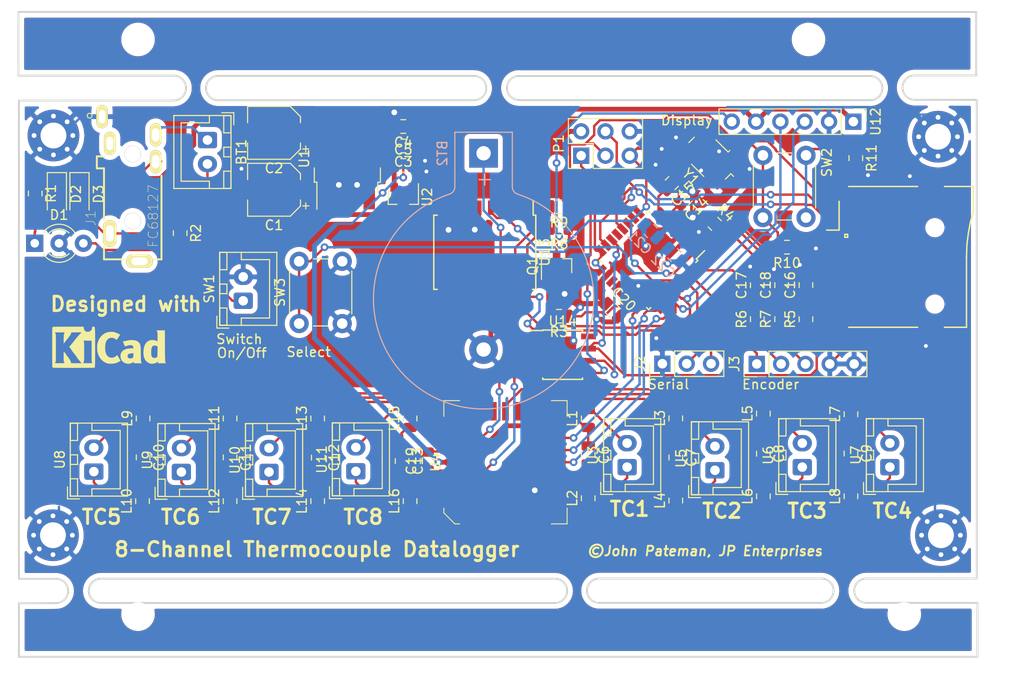
<source format=kicad_pcb>
(kicad_pcb (version 20171130) (host pcbnew "(5.1.2-1)-1")
  (title_block (title "8-Channel Thermocouple Logger") (date 2017-09-06) (rev fc8d01) (company "JP Enterprises"))
  (layers (0 F.Cu signal) (31 B.Cu power) (34 B.Paste user) (35 F.Paste user) (36 B.SilkS user) (37 F.SilkS user) (38 B.Mask user) (39 F.Mask user) (44 Edge.Cuts user))
  (net 0 "")
  (net 1 "Net-(BT2-Pad1)")
  (net 2 GND)
  (net 3 5V0)
  (net 4 "/Thermocouple connectors/SB1")
  (net 5 "/Thermocouple connectors/SA1")
  (net 6 "/Thermocouple connectors/SA2")
  (net 7 "/Thermocouple connectors/SB2")
  (net 8 "/Thermocouple connectors/SB3")
  (net 9 "/Thermocouple connectors/SA3")
  (net 10 "/Thermocouple connectors/SB4")
  (net 11 "/Thermocouple connectors/SA4")
  (net 12 "/Thermocouple connectors/SB5")
  (net 13 "/Thermocouple connectors/SA5")
  (net 14 "/Thermocouple connectors/SB6")
  (net 15 "/Thermocouple connectors/SA6")
  (net 16 "/Thermocouple connectors/SA7")
  (net 17 "/Thermocouple connectors/SB7")
  (net 18 "/Thermocouple connectors/SA8")
  (net 19 "/Thermocouple connectors/SB8")
  (net 20 3V3)
  (net 21 ENC_SW)
  (net 22 ENC_A)
  (net 23 ENC_B/SW1)
  (net 24 DB_MUX)
  (net 25 DA_MUX)
  (net 26 9V0)
  (net 27 MISO)
  (net 28 SCK)
  (net 29 MOSI)
  (net 30 "Net-(D1-Pad3)")
  (net 31 "Net-(D1-Pad1)")
  (net 32 "Net-(L1-Pad2)")
  (net 33 "Net-(L2-Pad1)")
  (net 34 "Net-(L3-Pad2)")
  (net 35 "Net-(L4-Pad1)")
  (net 36 "Net-(L5-Pad2)")
  (net 37 "Net-(L6-Pad1)")
  (net 38 "Net-(L7-Pad2)")
  (net 39 "Net-(L8-Pad1)")
  (net 40 "Net-(L9-Pad2)")
  (net 41 "Net-(L10-Pad1)")
  (net 42 "Net-(L11-Pad2)")
  (net 43 "Net-(L12-Pad1)")
  (net 44 "Net-(L13-Pad2)")
  (net 45 "Net-(L14-Pad1)")
  (net 46 "Net-(L15-Pad2)")
  (net 47 "Net-(L16-Pad1)")
  (net 48 SCL)
  (net 49 SDA)
  (net 50 "Net-(Q1-Pad3)")
  (net 51 "Net-(D2-Pad2)")
  (net 52 "Net-(D3-Pad2)")
  (net 53 SS0)
  (net 54 Tx)
  (net 55 Rx)
  (net 56 B_LIGHT)
  (net 57 SLCT0)
  (net 58 SLCT1)
  (net 59 SLCT2)
  (net 60 "Net-(BT1-Pad2)")
  (net 61 "Net-(BT1-Pad1)")
  (net 62 "Net-(C14-Pad2)")
  (net 63 "Net-(C15-Pad2)")
  (net 64 RESET)
  (net 65 SS1)
  (net 66 "Net-(J3-Pad3)")
  (net 67 "Net-(J3-Pad2)")
  (net 68 "Net-(J3-Pad1)")
  (net 69 "Net-(R11-Pad1)")
  (net 70 "Net-(CON1-Pad8)")
  (net 71 "Net-(CON1-Pad9)")
  (net 72 "Net-(IC1-Pad22)")
  (net 73 "Net-(IC1-Pad20)")
  (net 74 "Net-(IC1-Pad19)")
  (net 75 "Net-(IC1-Pad13)")
  (net 76 "Net-(IC1-Pad11)")
  (net 77 "Net-(IC1-Pad10)")
  (net 78 "Net-(IC1-Pad9)")
  (net 79 "Net-(J1-Pad5)")
  (net 80 "Net-(J1-Pad6)")
  (net 81 "Net-(Q1-Pad1)")
  (net 82 "Net-(U13-Pad3)")
  (net 83 "Net-(U13-Pad1)")
  (module Capacitor_SMD:C_0805_2012Metric (layer F.Cu) (at 107.696 69.088 180)
    (fp_text reference C4 (at 0 -1.65 180) (layer F.SilkS))
    (fp_text value 10uF)
    (pad 2 smd roundrect (at 0.9375 0 180) (size 0.975 1.4) (layers F.Cu F.Paste F.Mask) (net 2 GND))
    (pad 1 smd roundrect (at -0.9375 0 180) (size 0.975 1.4) (layers F.Cu F.Paste F.Mask) (net 3 5V0))
  )
  (module Capacitor_SMD:C_0805_2012Metric (layer F.Cu) (at 127 103.378 270)
    (fp_text reference C6 (at 0 -1.65 270) (layer F.SilkS))
    (fp_text value 10nF)
    (pad 2 smd roundrect (at 0.9375 0 270) (size 0.975 1.4) (layers F.Cu F.Paste F.Mask) (net 4 "/Thermocouple connectors/SB1"))
    (pad 1 smd roundrect (at -0.9375 0 270) (size 0.975 1.4) (layers F.Cu F.Paste F.Mask) (net 5 "/Thermocouple connectors/SA1"))
  )
  (module Capacitor_SMD:C_0805_2012Metric (layer F.Cu) (at 107.696 71.12 180)
    (fp_text reference C3 (at 0 -1.65 180) (layer F.SilkS))
    (fp_text value 100nF)
    (pad 2 smd roundrect (at 0.9375 0 180) (size 0.975 1.4) (layers F.Cu F.Paste F.Mask) (net 2 GND))
    (pad 1 smd roundrect (at -0.9375 0 180) (size 0.975 1.4) (layers F.Cu F.Paste F.Mask) (net 3 5V0))
  )
  (module Capacitor_SMD:C_0805_2012Metric (layer F.Cu) (at 107.696 73.152)
    (fp_text reference C5 (at 0 -1.65) (layer F.SilkS))
    (fp_text value 1uF)
    (pad 2 smd roundrect (at 0.9375 0) (size 0.975 1.4) (layers F.Cu F.Paste F.Mask) (net 2 GND))
    (pad 1 smd roundrect (at -0.9375 0) (size 0.975 1.4) (layers F.Cu F.Paste F.Mask) (net 20 3V3))
  )
  (module Capacitor_SMD:C_0805_2012Metric (layer F.Cu) (at 136.144 103.648 270)
    (fp_text reference C7 (at 0 -1.65 270) (layer F.SilkS))
    (fp_text value 10nF)
    (pad 2 smd roundrect (at 0.9375 0 270) (size 0.975 1.4) (layers F.Cu F.Paste F.Mask) (net 7 "/Thermocouple connectors/SB2"))
    (pad 1 smd roundrect (at -0.9375 0 270) (size 0.975 1.4) (layers F.Cu F.Paste F.Mask) (net 6 "/Thermocouple connectors/SA2"))
  )
  (module Capacitor_SMD:C_0805_2012Metric (layer F.Cu) (at 145.288 103.251 270)
    (fp_text reference C8 (at 0 -1.65 270) (layer F.SilkS))
    (fp_text value 10nF)
    (pad 2 smd roundrect (at 0.9375 0 270) (size 0.975 1.4) (layers F.Cu F.Paste F.Mask) (net 8 "/Thermocouple connectors/SB3"))
    (pad 1 smd roundrect (at -0.9375 0 270) (size 0.975 1.4) (layers F.Cu F.Paste F.Mask) (net 9 "/Thermocouple connectors/SA3"))
  )
  (module Capacitor_SMD:C_0805_2012Metric (layer F.Cu) (at 154.432 103.2256 270)
    (fp_text reference C9 (at 0 -1.65 270) (layer F.SilkS))
    (fp_text value 10nF)
    (pad 2 smd roundrect (at 0.9375 0 270) (size 0.975 1.4) (layers F.Cu F.Paste F.Mask) (net 10 "/Thermocouple connectors/SB4"))
    (pad 1 smd roundrect (at -0.9375 0 270) (size 0.975 1.4) (layers F.Cu F.Paste F.Mask) (net 11 "/Thermocouple connectors/SA4"))
  )
  (module Capacitor_SMD:C_0805_2012Metric (layer F.Cu) (at 80.530428 103.632 270)
    (fp_text reference C10 (at 0 -1.65 270) (layer F.SilkS))
    (fp_text value 10nF)
    (pad 2 smd roundrect (at 0.9375 0 270) (size 0.975 1.4) (layers F.Cu F.Paste F.Mask) (net 12 "/Thermocouple connectors/SB5"))
    (pad 1 smd roundrect (at -0.9375 0 270) (size 0.975 1.4) (layers F.Cu F.Paste F.Mask) (net 13 "/Thermocouple connectors/SA5"))
  )
  (module Capacitor_SMD:C_0805_2012Metric (layer F.Cu) (at 89.6112 103.632 270)
    (fp_text reference C11 (at 0 -1.65 270) (layer F.SilkS))
    (fp_text value 10nF)
    (pad 2 smd roundrect (at 0.9375 0 270) (size 0.975 1.4) (layers F.Cu F.Paste F.Mask) (net 14 "/Thermocouple connectors/SB6"))
    (pad 1 smd roundrect (at -0.9375 0 270) (size 0.975 1.4) (layers F.Cu F.Paste F.Mask) (net 15 "/Thermocouple connectors/SA6"))
  )
  (module Capacitor_SMD:C_0805_2012Metric (layer F.Cu) (at 98.818428 103.65928 270)
    (fp_text reference C12 (at 0 -1.65 270) (layer F.SilkS))
    (fp_text value 10nF)
    (pad 2 smd roundrect (at 0.9375 0 270) (size 0.975 1.4) (layers F.Cu F.Paste F.Mask) (net 17 "/Thermocouple connectors/SB7"))
    (pad 1 smd roundrect (at -0.9375 0 270) (size 0.975 1.4) (layers F.Cu F.Paste F.Mask) (net 16 "/Thermocouple connectors/SA7"))
  )
  (module Capacitor_SMD:C_0805_2012Metric (layer F.Cu) (at 107.569 104.013 270)
    (fp_text reference C13 (at 0 -1.65 270) (layer F.SilkS))
    (fp_text value 10nF)
    (pad 2 smd roundrect (at 0.9375 0 270) (size 0.975 1.4) (layers F.Cu F.Paste F.Mask) (net 19 "/Thermocouple connectors/SB8"))
    (pad 1 smd roundrect (at -0.9375 0 270) (size 0.975 1.4) (layers F.Cu F.Paste F.Mask) (net 18 "/Thermocouple connectors/SA8"))
  )
  (module Inductor_SMD:L_0805_2012Metric (layer F.Cu) (at 89.6112 99.568 90)
    (fp_text reference L11 (at 0 -1.65 90) (layer F.SilkS))
    (fp_text value "100 Ohms 10MHz")
    (pad 2 smd roundrect (at 0.9375 0 90) (size 0.975 1.4) (layers F.Cu F.Paste F.Mask) (net 42 "Net-(L11-Pad2)"))
    (pad 1 smd roundrect (at -0.9375 0 90) (size 0.975 1.4) (layers F.Cu F.Paste F.Mask) (net 15 "/Thermocouple connectors/SA6"))
  )
  (module Inductor_SMD:L_0805_2012Metric (layer F.Cu) (at 80.530428 99.568 90)
    (fp_text reference L9 (at 0 -1.65 90) (layer F.SilkS))
    (fp_text value "100 Ohms 10MHz")
    (pad 2 smd roundrect (at 0.9375 0 90) (size 0.975 1.4) (layers F.Cu F.Paste F.Mask) (net 40 "Net-(L9-Pad2)"))
    (pad 1 smd roundrect (at -0.9375 0 90) (size 0.975 1.4) (layers F.Cu F.Paste F.Mask) (net 13 "/Thermocouple connectors/SA5"))
  )
  (module Inductor_SMD:L_0805_2012Metric (layer F.Cu) (at 154.432 107.696 90)
    (fp_text reference L8 (at 0 -1.65 90) (layer F.SilkS))
    (fp_text value "100 Ohms 10MHz")
    (pad 2 smd roundrect (at 0.9375 0 90) (size 0.975 1.4) (layers F.Cu F.Paste F.Mask) (net 10 "/Thermocouple connectors/SB4"))
    (pad 1 smd roundrect (at -0.9375 0 90) (size 0.975 1.4) (layers F.Cu F.Paste F.Mask) (net 39 "Net-(L8-Pad1)"))
  )
  (module Inductor_SMD:L_0805_2012Metric (layer F.Cu) (at 154.432 99.126 90)
    (fp_text reference L7 (at 0 -1.65 90) (layer F.SilkS))
    (fp_text value "100 Ohms 10MHz")
    (pad 2 smd roundrect (at 0.9375 0 90) (size 0.975 1.4) (layers F.Cu F.Paste F.Mask) (net 38 "Net-(L7-Pad2)"))
    (pad 1 smd roundrect (at -0.9375 0 90) (size 0.975 1.4) (layers F.Cu F.Paste F.Mask) (net 11 "/Thermocouple connectors/SA4"))
  )
  (module Inductor_SMD:L_0805_2012Metric (layer F.Cu) (at 145.288 107.696 90)
    (fp_text reference L6 (at 0 -1.65 90) (layer F.SilkS))
    (fp_text value "100 Ohms 10MHz")
    (pad 2 smd roundrect (at 0.9375 0 90) (size 0.975 1.4) (layers F.Cu F.Paste F.Mask) (net 8 "/Thermocouple connectors/SB3"))
    (pad 1 smd roundrect (at -0.9375 0 90) (size 0.975 1.4) (layers F.Cu F.Paste F.Mask) (net 37 "Net-(L6-Pad1)"))
  )
  (module Inductor_SMD:L_0805_2012Metric (layer F.Cu) (at 145.288 99.06 90)
    (fp_text reference L5 (at 0 -1.65 90) (layer F.SilkS))
    (fp_text value "100 Ohms 10MHz")
    (pad 2 smd roundrect (at 0.9375 0 90) (size 0.975 1.4) (layers F.Cu F.Paste F.Mask) (net 36 "Net-(L5-Pad2)"))
    (pad 1 smd roundrect (at -0.9375 0 90) (size 0.975 1.4) (layers F.Cu F.Paste F.Mask) (net 9 "/Thermocouple connectors/SA3"))
  )
  (module Inductor_SMD:L_0805_2012Metric (layer F.Cu) (at 136.144 108.138 90)
    (fp_text reference L4 (at 0 -1.65 90) (layer F.SilkS))
    (fp_text value "100 Ohms 10MHz")
    (pad 2 smd roundrect (at 0.9375 0 90) (size 0.975 1.4) (layers F.Cu F.Paste F.Mask) (net 7 "/Thermocouple connectors/SB2"))
    (pad 1 smd roundrect (at -0.9375 0 90) (size 0.975 1.4) (layers F.Cu F.Paste F.Mask) (net 35 "Net-(L4-Pad1)"))
  )
  (module Inductor_SMD:L_0805_2012Metric (layer F.Cu) (at 136.144 99.552 90)
    (fp_text reference L3 (at 0 -1.65 90) (layer F.SilkS))
    (fp_text value "100 Ohms 10MHz")
    (pad 2 smd roundrect (at 0.9375 0 90) (size 0.975 1.4) (layers F.Cu F.Paste F.Mask) (net 34 "Net-(L3-Pad2)"))
    (pad 1 smd roundrect (at -0.9375 0 90) (size 0.975 1.4) (layers F.Cu F.Paste F.Mask) (net 6 "/Thermocouple connectors/SA2"))
  )
  (module Inductor_SMD:L_0805_2012Metric (layer F.Cu) (at 127 107.8992 90)
    (fp_text reference L2 (at 0 -1.65 90) (layer F.SilkS))
    (fp_text value "100 Ohms 10MHz")
    (pad 2 smd roundrect (at 0.9375 0 90) (size 0.975 1.4) (layers F.Cu F.Paste F.Mask) (net 4 "/Thermocouple connectors/SB1"))
    (pad 1 smd roundrect (at -0.9375 0 90) (size 0.975 1.4) (layers F.Cu F.Paste F.Mask) (net 33 "Net-(L2-Pad1)"))
  )
  (module Inductor_SMD:L_0805_2012Metric (layer F.Cu) (at 127 99.568 90)
    (fp_text reference L1 (at 0 -1.65 90) (layer F.SilkS))
    (fp_text value "100 Ohms 10MHz")
    (pad 2 smd roundrect (at 0.9375 0 90) (size 0.975 1.4) (layers F.Cu F.Paste F.Mask) (net 32 "Net-(L1-Pad2)"))
    (pad 1 smd roundrect (at -0.9375 0 90) (size 0.975 1.4) (layers F.Cu F.Paste F.Mask) (net 5 "/Thermocouple connectors/SA1"))
  )
  (module Inductor_SMD:L_0805_2012Metric (layer F.Cu) (at 89.6112 108.204 90)
    (fp_text reference L12 (at 0 -1.65 90) (layer F.SilkS))
    (fp_text value "100 Ohms 10MHz")
    (pad 2 smd roundrect (at 0.9375 0 90) (size 0.975 1.4) (layers F.Cu F.Paste F.Mask) (net 14 "/Thermocouple connectors/SB6"))
    (pad 1 smd roundrect (at -0.9375 0 90) (size 0.975 1.4) (layers F.Cu F.Paste F.Mask) (net 43 "Net-(L12-Pad1)"))
  )
  (module Inductor_SMD:L_0805_2012Metric (layer F.Cu) (at 98.7552 99.568 90)
    (fp_text reference L13 (at 0 -1.65 90) (layer F.SilkS))
    (fp_text value "100 Ohms 10MHz")
    (pad 2 smd roundrect (at 0.9375 0 90) (size 0.975 1.4) (layers F.Cu F.Paste F.Mask) (net 44 "Net-(L13-Pad2)"))
    (pad 1 smd roundrect (at -0.9375 0 90) (size 0.975 1.4) (layers F.Cu F.Paste F.Mask) (net 16 "/Thermocouple connectors/SA7"))
  )
  (module Inductor_SMD:L_0805_2012Metric (layer F.Cu) (at 98.7552 108.204 90)
    (fp_text reference L14 (at 0 -1.65 90) (layer F.SilkS))
    (fp_text value "100 Ohms 10MHz")
    (pad 2 smd roundrect (at 0.9375 0 90) (size 0.975 1.4) (layers F.Cu F.Paste F.Mask) (net 17 "/Thermocouple connectors/SB7"))
    (pad 1 smd roundrect (at -0.9375 0 90) (size 0.975 1.4) (layers F.Cu F.Paste F.Mask) (net 45 "Net-(L14-Pad1)"))
  )
  (module Inductor_SMD:L_0805_2012Metric (layer F.Cu) (at 80.4672 108.204 90)
    (fp_text reference L10 (at 0 -1.65 90) (layer F.SilkS))
    (fp_text value "100 Ohms 10MHz")
    (pad 2 smd roundrect (at 0.9375 0 90) (size 0.975 1.4) (layers F.Cu F.Paste F.Mask) (net 12 "/Thermocouple connectors/SB5"))
    (pad 1 smd roundrect (at -0.9375 0 90) (size 0.975 1.4) (layers F.Cu F.Paste F.Mask) (net 41 "Net-(L10-Pad1)"))
  )
  (module Inductor_SMD:L_0805_2012Metric (layer F.Cu) (at 108.4072 108.204 90)
    (fp_text reference L16 (at 0 -1.65 90) (layer F.SilkS))
    (fp_text value "100 Ohms 10MHz")
    (pad 2 smd roundrect (at 0.9375 0 90) (size 0.975 1.4) (layers F.Cu F.Paste F.Mask) (net 19 "/Thermocouple connectors/SB8"))
    (pad 1 smd roundrect (at -0.9375 0 90) (size 0.975 1.4) (layers F.Cu F.Paste F.Mask) (net 47 "Net-(L16-Pad1)"))
  )
  (module Inductor_SMD:L_0805_2012Metric (layer F.Cu) (at 108.4072 99.568 90)
    (fp_text reference L15 (at 0 -1.65 90) (layer F.SilkS))
    (fp_text value "100 Ohms 10MHz")
    (pad 2 smd roundrect (at 0.9375 0 90) (size 0.975 1.4) (layers F.Cu F.Paste F.Mask) (net 46 "Net-(L15-Pad2)"))
    (pad 1 smd roundrect (at -0.9375 0 90) (size 0.975 1.4) (layers F.Cu F.Paste F.Mask) (net 18 "/Thermocouple connectors/SA8"))
  )
  (module Resistor_SMD:R_0805_2012Metric (layer F.Cu) (at 123.952 88.9 180)
    (fp_text reference R3 (at 0 -1.65 180) (layer F.SilkS))
    (fp_text value 10k)
    (pad 2 smd roundrect (at 0.9375 0 180) (size 0.975 1.4) (layers F.Cu F.Paste F.Mask) (net 81 "Net-(Q1-Pad1)"))
    (pad 1 smd roundrect (at -0.9375 0 180) (size 0.975 1.4) (layers F.Cu F.Paste F.Mask) (net 56 B_LIGHT))
  )
  (module Battery:BatteryHolder_Keystone_103_1x20mm (layer B.Cu) (at 116.078 71.882 270)
    (fp_text reference BT2 (at 0 4.3 270) (layer B.SilkS) (effects (justify mirror)))
    (fp_text value "3V [CR2032]")
    (fp_text user + (at 2.75 0 270) (layer B.SilkS) (effects (font (size 1.5 1.5)) (justify mirror)))
    (pad 1 thru_hole rect (at 0 0 270) (size 3 3) (drill 1.5) (layers *.Cu *.Mask) (net 1 "Net-(BT2-Pad1)"))
    (pad 2 thru_hole circle (at 20.49 0 270) (size 3 3) (drill 1.5) (layers *.Cu *.Mask) (net 2 GND))
  )
  (module Capacitor_SMD:CP_Elec_5x5.3 (layer F.Cu) (at 94.2 75.692 180)
    (fp_text reference C1 (at 0 -3.7 180) (layer F.SilkS))
    (fp_text value 100uF)
    (pad 2 smd roundrect (at 2.2 0 180) (size 3 1.6) (layers F.Cu F.Paste F.Mask) (roundrect_rratio 0.15625) (net 2 GND))
    (pad 1 smd roundrect (at -2.2 0 180) (size 3 1.6) (layers F.Cu F.Paste F.Mask) (roundrect_rratio 0.15625) (net 26 9V0))
  )
  (module Capacitor_SMD:CP_Elec_5x5.3 (layer F.Cu) (at 94.2 69.75 180)
    (fp_text reference C2 (at 0 -3.7 180) (layer F.SilkS))
    (fp_text value 100uF)
    (pad 2 smd roundrect (at 2.2 0 180) (size 3 1.6) (layers F.Cu F.Paste F.Mask) (roundrect_rratio 0.15625) (net 2 GND))
    (pad 1 smd roundrect (at -2.2 0 180) (size 3 1.6) (layers F.Cu F.Paste F.Mask) (roundrect_rratio 0.15625) (net 26 9V0))
  )
  (module Capacitor_SMD:C_0805_2012Metric (layer F.Cu) (at 129.54 88.265 315)
    (fp_text reference C20 (at 0 -1.65 315) (layer F.SilkS))
    (fp_text value 100nF)
    (pad 2 smd roundrect (at 0.937501 0 315) (size 0.975 1.4) (layers F.Cu F.Paste F.Mask) (net 2 GND))
    (pad 1 smd roundrect (at -0.937501 0 315) (size 0.975 1.4) (layers F.Cu F.Paste F.Mask) (net 20 3V3))
  )
  (module Capacitor_SMD:C_0805_2012Metric (layer F.Cu) (at 110.1852 104.013 90)
    (fp_text reference C19 (at 0 -1.65 90) (layer F.SilkS))
    (fp_text value 10nF)
    (pad 2 smd roundrect (at 0.9375 0 90) (size 0.975 1.4) (layers F.Cu F.Paste F.Mask) (net 25 DA_MUX))
    (pad 1 smd roundrect (at -0.9375 0 90) (size 0.975 1.4) (layers F.Cu F.Paste F.Mask) (net 24 DB_MUX))
  )
  (module Capacitor_SMD:C_0805_2012Metric (layer F.Cu) (at 147.193 85.6488 90)
    (fp_text reference C18 (at 0 -1.65 90) (layer F.SilkS))
    (fp_text value 100nF)
    (pad 2 smd roundrect (at 0.9375 0 90) (size 0.975 1.4) (layers F.Cu F.Paste F.Mask) (net 2 GND))
    (pad 1 smd roundrect (at -0.9375 0 90) (size 0.975 1.4) (layers F.Cu F.Paste F.Mask) (net 23 ENC_B/SW1))
  )
  (module Capacitor_SMD:C_0805_2012Metric (layer F.Cu) (at 144.653 85.6648 90)
    (fp_text reference C17 (at 0 -1.65 90) (layer F.SilkS))
    (fp_text value 100nF)
    (pad 2 smd roundrect (at 0.9375 0 90) (size 0.975 1.4) (layers F.Cu F.Paste F.Mask) (net 2 GND))
    (pad 1 smd roundrect (at -0.9375 0 90) (size 0.975 1.4) (layers F.Cu F.Paste F.Mask) (net 22 ENC_A))
  )
  (module Capacitor_SMD:C_0805_2012Metric (layer F.Cu) (at 149.733 85.6488 90)
    (fp_text reference C16 (at 0 -1.65 90) (layer F.SilkS))
    (fp_text value 100nF)
    (pad 2 smd roundrect (at 0.9375 0 90) (size 0.975 1.4) (layers F.Cu F.Paste F.Mask) (net 2 GND))
    (pad 1 smd roundrect (at -0.9375 0 90) (size 0.975 1.4) (layers F.Cu F.Paste F.Mask) (net 21 ENC_SW))
  )
  (module Capacitor_SMD:C_0805_2012Metric (layer F.Cu) (at 135.729973 74.999163 225)
    (fp_text reference C15 (at 0 -1.65 225) (layer F.SilkS))
    (fp_text value 10nF)
    (pad 2 smd roundrect (at 0.937501 0 225) (size 0.975 1.4) (layers F.Cu F.Paste F.Mask) (net 63 "Net-(C15-Pad2)"))
    (pad 1 smd roundrect (at -0.937501 0 225) (size 0.975 1.4) (layers F.Cu F.Paste F.Mask) (net 2 GND))
  )
  (module Capacitor_SMD:C_0805_2012Metric (layer F.Cu) (at 137.177773 76.548563 225)
    (fp_text reference C14 (at 0 -1.65 225) (layer F.SilkS))
    (fp_text value 10nF)
    (pad 2 smd roundrect (at 0.937501 0 225) (size 0.975 1.4) (layers F.Cu F.Paste F.Mask) (net 62 "Net-(C14-Pad2)"))
    (pad 1 smd roundrect (at -0.937501 0 225) (size 0.975 1.4) (layers F.Cu F.Paste F.Mask) (net 2 GND))
  )
  (module Capacitor_SMD:C_0805_2012Metric (layer B.Cu) (at 135.9916 82.4992 315)
    (fp_text reference C22 (at 0 1.65 315) (layer B.SilkS) (effects (justify mirror)))
    (fp_text value 100nF)
    (pad 2 smd roundrect (at 0.937501 0 315) (size 0.975 1.4) (layers B.Cu B.Paste B.Mask) (net 2 GND))
    (pad 1 smd roundrect (at -0.937501 0 315) (size 0.975 1.4) (layers B.Cu B.Paste B.Mask) (net 20 3V3))
  )
  (module Capacitor_SMD:C_0805_2012Metric (layer B.Cu) (at 133.5278 80.01 315)
    (fp_text reference C21 (at 0 1.65 315) (layer B.SilkS) (effects (justify mirror)))
    (fp_text value 100nF)
    (pad 2 smd roundrect (at 0.937501 0 315) (size 0.975 1.4) (layers B.Cu B.Paste B.Mask) (net 2 GND))
    (pad 1 smd roundrect (at -0.937501 0 315) (size 0.975 1.4) (layers B.Cu B.Paste B.Mask) (net 20 3V3))
  )
  (module Connector_PinHeader_2.54mm:PinHeader_1x03_P2.54mm_Vertical (layer F.Cu) (at 134.747 93.853 90)
    (fp_text reference J2 (at 0 -2.33 90) (layer F.SilkS))
    (fp_text value CONN_01X03)
    (pad 3 thru_hole oval (at 0 5.08 90) (size 1.7 1.7) (drill 1) (layers *.Cu *.Mask) (net 54 Tx))
    (pad 2 thru_hole oval (at 0 2.54 90) (size 1.7 1.7) (drill 1) (layers *.Cu *.Mask) (net 55 Rx))
    (pad 1 thru_hole rect (at 0 0 90) (size 1.7 1.7) (drill 1) (layers *.Cu *.Mask) (net 2 GND))
  )
  (module Crystal:Crystal_SMD_Abracon_ABM3B-4Pin_5.0x3.2mm (layer F.Cu) (at 139.7 72.39 135)
    (fp_text reference Y1 (at 0 -2.8 135) (layer F.SilkS))
    (fp_text value Crystal_8MHz)
    (pad 4 smd rect (at -2 -1.200001 135) (size 1.8 1.2) (layers F.Cu F.Paste F.Mask) (net 2 GND))
    (pad 3 smd rect (at 2 -1.200001 135) (size 1.8 1.2) (layers F.Cu F.Paste F.Mask) (net 63 "Net-(C15-Pad2)"))
    (pad 2 smd rect (at 2 1.200001 135) (size 1.8 1.2) (layers F.Cu F.Paste F.Mask) (net 2 GND))
    (pad 1 smd rect (at -2 1.200001 135) (size 1.8 1.2) (layers F.Cu F.Paste F.Mask) (net 62 "Net-(C14-Pad2)"))
  )
  (module Diode_SMD:D_SOD-123 (layer F.Cu) (at 73.8886 76.1492 270)
    (fp_text reference D3 (at 0 -2 270) (layer F.SilkS))
    (fp_text value 1N4448W-7-F)
    (pad 2 smd rect (at 1.65 0 270) (size 0.9 1.2) (layers F.Cu F.Paste F.Mask) (net 52 "Net-(D3-Pad2)"))
    (pad 1 smd rect (at -1.65 0 270) (size 0.9 1.2) (layers F.Cu F.Paste F.Mask) (net 26 9V0))
  )
  (module Diode_SMD:D_SOD-123 (layer F.Cu) (at 71.5264 76.1492 270)
    (fp_text reference D2 (at 0 -2 270) (layer F.SilkS))
    (fp_text value 1N4448W-7-F)
    (pad 2 smd rect (at 1.65 0 270) (size 0.9 1.2) (layers F.Cu F.Paste F.Mask) (net 51 "Net-(D2-Pad2)"))
    (pad 1 smd rect (at -1.65 0 270) (size 0.9 1.2) (layers F.Cu F.Paste F.Mask) (net 26 9V0))
  )
  (module LED_THT:LED_D3.0mm-3 (layer F.Cu) (at 69.215 81.28)
    (fp_text reference D1 (at 2.54 -2.96) (layer F.SilkS))
    (fp_text value LED_Dual_ACA)
    (pad 3 thru_hole circle (at 5.08 0) (size 1.8 1.8) (drill 0.9) (layers *.Cu *.Mask) (net 30 "Net-(D1-Pad3)"))
    (pad 2 thru_hole circle (at 2.54 0) (size 1.8 1.8) (drill 0.9) (layers *.Cu *.Mask) (net 2 GND))
    (pad 1 thru_hole rect (at 0 0) (size 1.8 1.8) (drill 0.9) (layers *.Cu *.Mask) (net 31 "Net-(D1-Pad1)"))
  )
  (module Package_LCC:PLCC-28 (layer F.Cu) (at 118.364 104.14 90)
    (fp_text reference U4 (at 0 -7.285 90) (layer F.SilkS))
    (fp_text value ADG407BPZ)
    (pad 25 smd rect (at 5.3225 -3.81 90) (size 1.925 0.7) (layers F.Cu F.Paste F.Mask) (net 16 "/Thermocouple connectors/SA7"))
    (pad 24 smd rect (at 5.3225 -2.54 90) (size 1.925 0.7) (layers F.Cu F.Paste F.Mask) (net 15 "/Thermocouple connectors/SA6"))
    (pad 23 smd rect (at 5.3225 -1.27 90) (size 1.925 0.7) (layers F.Cu F.Paste F.Mask) (net 13 "/Thermocouple connectors/SA5"))
    (pad 22 smd rect (at 5.3225 0 90) (size 1.925 0.7) (layers F.Cu F.Paste F.Mask) (net 11 "/Thermocouple connectors/SA4"))
    (pad 21 smd rect (at 5.3225 1.27 90) (size 1.925 0.7) (layers F.Cu F.Paste F.Mask) (net 9 "/Thermocouple connectors/SA3"))
    (pad 20 smd rect (at 5.3225 2.54 90) (size 1.925 0.7) (layers F.Cu F.Paste F.Mask) (net 6 "/Thermocouple connectors/SA2"))
    (pad 19 smd rect (at 5.3225 3.81 90) (size 1.925 0.7) (layers F.Cu F.Paste F.Mask) (net 5 "/Thermocouple connectors/SA1"))
    (pad 18 smd rect (at 3.81 5.3225 90) (size 0.7 1.925) (layers F.Cu F.Paste F.Mask) (net 3 5V0))
    (pad 17 smd rect (at 2.54 5.3225 90) (size 0.7 1.925) (layers F.Cu F.Paste F.Mask) (net 57 SLCT0))
    (pad 16 smd rect (at 1.27 5.3225 90) (size 0.7 1.925) (layers F.Cu F.Paste F.Mask) (net 58 SLCT1))
    (pad 15 smd rect (at 0 5.3225 90) (size 0.7 1.925) (layers F.Cu F.Paste F.Mask) (net 59 SLCT2))
    (pad 14 smd rect (at -1.27 5.3225 90) (size 0.7 1.925) (layers F.Cu F.Paste F.Mask))
    (pad 13 smd rect (at -2.54 5.3225 90) (size 0.7 1.925) (layers F.Cu F.Paste F.Mask))
    (pad 12 smd rect (at -3.81 5.3225 90) (size 0.7 1.925) (layers F.Cu F.Paste F.Mask) (net 2 GND))
    (pad 11 smd rect (at -5.3225 3.81 90) (size 1.925 0.7) (layers F.Cu F.Paste F.Mask) (net 4 "/Thermocouple connectors/SB1"))
    (pad 10 smd rect (at -5.3225 2.54 90) (size 1.925 0.7) (layers F.Cu F.Paste F.Mask) (net 7 "/Thermocouple connectors/SB2"))
    (pad 9 smd rect (at -5.3225 1.27 90) (size 1.925 0.7) (layers F.Cu F.Paste F.Mask) (net 8 "/Thermocouple connectors/SB3"))
    (pad 8 smd rect (at -5.3225 0 90) (size 1.925 0.7) (layers F.Cu F.Paste F.Mask) (net 10 "/Thermocouple connectors/SB4"))
    (pad 7 smd rect (at -5.3225 -1.27 90) (size 1.925 0.7) (layers F.Cu F.Paste F.Mask) (net 12 "/Thermocouple connectors/SB5"))
    (pad 6 smd rect (at -5.3225 -2.54 90) (size 1.925 0.7) (layers F.Cu F.Paste F.Mask) (net 14 "/Thermocouple connectors/SB6"))
    (pad 5 smd rect (at -5.3225 -3.81 90) (size 1.925 0.7) (layers F.Cu F.Paste F.Mask) (net 17 "/Thermocouple connectors/SB7"))
    (pad 26 smd rect (at 3.81 -5.3225 90) (size 0.7 1.925) (layers F.Cu F.Paste F.Mask) (net 18 "/Thermocouple connectors/SA8"))
    (pad 27 smd rect (at 2.54 -5.3225 90) (size 0.7 1.925) (layers F.Cu F.Paste F.Mask))
    (pad 28 smd rect (at 1.27 -5.3225 90) (size 0.7 1.925) (layers F.Cu F.Paste F.Mask) (net 25 DA_MUX))
    (pad 4 smd rect (at -3.81 -5.3225 90) (size 0.7 1.925) (layers F.Cu F.Paste F.Mask) (net 19 "/Thermocouple connectors/SB8"))
    (pad 3 smd rect (at -2.54 -5.3225 90) (size 0.7 1.925) (layers F.Cu F.Paste F.Mask))
    (pad 2 smd rect (at -1.27 -5.3225 90) (size 0.7 1.925) (layers F.Cu F.Paste F.Mask) (net 24 DB_MUX))
    (pad 1 smd rect (at 0 -5.3225 90) (size 0.7 1.925) (layers F.Cu F.Paste F.Mask) (net 3 5V0))
  )
  (module Package_QFP:LQFP-32_7x7mm_P0.8mm (layer F.Cu) (at 133.316973 83.076363 225)
    (fp_text reference IC1 hide)
    (fp_text value ATMEGA328-P hide)
    (pad 32 smd rect (at -2.8 -4.25 315) (size 1.2 0.6) (layers F.Cu F.Paste F.Mask) (net 22 ENC_A))
    (pad 31 smd rect (at -2 -4.25 315) (size 1.2 0.6) (layers F.Cu F.Paste F.Mask) (net 54 Tx))
    (pad 30 smd rect (at -1.2 -4.25 315) (size 1.2 0.6) (layers F.Cu F.Paste F.Mask) (net 55 Rx))
    (pad 29 smd rect (at -0.4 -4.25 315) (size 1.2 0.6) (layers F.Cu F.Paste F.Mask) (net 64 RESET))
    (pad 28 smd rect (at 0.4 -4.25 315) (size 1.2 0.6) (layers F.Cu F.Paste F.Mask) (net 48 SCL))
    (pad 27 smd rect (at 1.2 -4.25 315) (size 1.2 0.6) (layers F.Cu F.Paste F.Mask) (net 49 SDA))
    (pad 26 smd rect (at 2 -4.25 315) (size 1.2 0.6) (layers F.Cu F.Paste F.Mask) (net 59 SLCT2))
    (pad 25 smd rect (at 2.8 -4.25 315) (size 1.2 0.6) (layers F.Cu F.Paste F.Mask) (net 58 SLCT1))
    (pad 24 smd rect (at 4.25 -2.8 225) (size 1.2 0.6) (layers F.Cu F.Paste F.Mask) (net 57 SLCT0))
    (pad 23 smd rect (at 4.25 -2 225) (size 1.2 0.6) (layers F.Cu F.Paste F.Mask) (net 56 B_LIGHT))
    (pad 22 smd rect (at 4.25 -1.2 225) (size 1.2 0.6) (layers F.Cu F.Paste F.Mask) (net 72 "Net-(IC1-Pad22)"))
    (pad 21 smd rect (at 4.25 -0.4 225) (size 1.2 0.6) (layers F.Cu F.Paste F.Mask) (net 2 GND))
    (pad 20 smd rect (at 4.25 0.4 225) (size 1.2 0.6) (layers F.Cu F.Paste F.Mask) (net 73 "Net-(IC1-Pad20)"))
    (pad 19 smd rect (at 4.25 1.2 225) (size 1.2 0.6) (layers F.Cu F.Paste F.Mask) (net 74 "Net-(IC1-Pad19)"))
    (pad 18 smd rect (at 4.25 2 225) (size 1.2 0.6) (layers F.Cu F.Paste F.Mask) (net 20 3V3))
    (pad 17 smd rect (at 4.25 2.8 225) (size 1.2 0.6) (layers F.Cu F.Paste F.Mask) (net 28 SCK))
    (pad 16 smd rect (at 2.8 4.25 315) (size 1.2 0.6) (layers F.Cu F.Paste F.Mask) (net 27 MISO))
    (pad 15 smd rect (at 2 4.25 315) (size 1.2 0.6) (layers F.Cu F.Paste F.Mask) (net 29 MOSI))
    (pad 14 smd rect (at 1.2 4.25 315) (size 1.2 0.6) (layers F.Cu F.Paste F.Mask) (net 65 SS1))
    (pad 13 smd rect (at 0.4 4.25 315) (size 1.2 0.6) (layers F.Cu F.Paste F.Mask) (net 75 "Net-(IC1-Pad13)"))
    (pad 12 smd rect (at -0.4 4.25 315) (size 1.2 0.6) (layers F.Cu F.Paste F.Mask) (net 53 SS0))
    (pad 11 smd rect (at -1.2 4.25 315) (size 1.2 0.6) (layers F.Cu F.Paste F.Mask) (net 76 "Net-(IC1-Pad11)"))
    (pad 10 smd rect (at -2 4.25 315) (size 1.2 0.6) (layers F.Cu F.Paste F.Mask) (net 77 "Net-(IC1-Pad10)"))
    (pad 9 smd rect (at -2.8 4.25 315) (size 1.2 0.6) (layers F.Cu F.Paste F.Mask) (net 78 "Net-(IC1-Pad9)"))
    (pad 8 smd rect (at -4.25 2.8 225) (size 1.2 0.6) (layers F.Cu F.Paste F.Mask) (net 63 "Net-(C15-Pad2)"))
    (pad 7 smd rect (at -4.25 2 225) (size 1.2 0.6) (layers F.Cu F.Paste F.Mask) (net 62 "Net-(C14-Pad2)"))
    (pad 6 smd rect (at -4.25 1.2 225) (size 1.2 0.6) (layers F.Cu F.Paste F.Mask) (net 20 3V3))
    (pad 5 smd rect (at -4.25 0.4 225) (size 1.2 0.6) (layers F.Cu F.Paste F.Mask) (net 2 GND))
    (pad 4 smd rect (at -4.25 -0.4 225) (size 1.2 0.6) (layers F.Cu F.Paste F.Mask) (net 20 3V3))
    (pad 3 smd rect (at -4.25 -1.2 225) (size 1.2 0.6) (layers F.Cu F.Paste F.Mask) (net 2 GND))
    (pad 2 smd rect (at -4.25 -2 225) (size 1.2 0.6) (layers F.Cu F.Paste F.Mask) (net 21 ENC_SW))
    (pad 1 smd rect (at -4.25 -2.8 225) (size 1.2 0.6) (layers F.Cu F.Paste F.Mask) (net 23 ENC_B/SW1))
  )
  (module Package_TO_SOT_SMD:SOT-23 (layer F.Cu) (at 107.696 76.454 270)
    (fp_text reference U2 (at 0 -2.5 270) (layer F.SilkS))
    (fp_text value RT9166-33GVL)
    (pad 3 smd rect (at 1 0 270) (size 0.9 0.8) (layers F.Cu F.Paste F.Mask) (net 26 9V0))
    (pad 2 smd rect (at -1 0.95 270) (size 0.9 0.8) (layers F.Cu F.Paste F.Mask) (net 20 3V3))
    (pad 1 smd rect (at -1 -0.95 270) (size 0.9 0.8) (layers F.Cu F.Paste F.Mask) (net 2 GND))
  )
  (module Resistor_SMD:R_0805_2012Metric (layer F.Cu) (at 69.2658 76.0832 270)
    (fp_text reference R1 (at 0 -1.65 270) (layer F.SilkS))
    (fp_text value 750R)
    (pad 2 smd roundrect (at 0.9375 0 270) (size 0.975 1.4) (layers F.Cu F.Paste F.Mask) (net 31 "Net-(D1-Pad1)"))
    (pad 1 smd roundrect (at -0.9375 0 270) (size 0.975 1.4) (layers F.Cu F.Paste F.Mask) (net 51 "Net-(D2-Pad2)"))
  )
  (module Resistor_SMD:R_0805_2012Metric (layer F.Cu) (at 84.40166 80.2259 270)
    (fp_text reference R2 (at 0 -1.65 270) (layer F.SilkS))
    (fp_text value 750R)
    (pad 2 smd roundrect (at 0.9375 0 270) (size 0.975 1.4) (layers F.Cu F.Paste F.Mask) (net 30 "Net-(D1-Pad3)"))
    (pad 1 smd roundrect (at -0.9375 0 270) (size 0.975 1.4) (layers F.Cu F.Paste F.Mask) (net 52 "Net-(D3-Pad2)"))
  )
  (module Resistor_SMD:R_0805_2012Metric (layer F.Cu) (at 140.208 79.248 315)
    (fp_text reference R4 (at 0 -1.65 315) (layer F.SilkS))
    (fp_text value 10k)
    (pad 2 smd roundrect (at 0.937501 0 315) (size 0.975 1.4) (layers F.Cu F.Paste F.Mask) (net 23 ENC_B/SW1))
    (pad 1 smd roundrect (at -0.937501 0 315) (size 0.975 1.4) (layers F.Cu F.Paste F.Mask) (net 20 3V3))
  )
  (module Resistor_SMD:R_0805_2012Metric (layer F.Cu) (at 149.733 89.2048 90)
    (fp_text reference R5 (at 0 -1.65 90) (layer F.SilkS))
    (fp_text value 22k)
    (pad 2 smd roundrect (at 0.9375 0 90) (size 0.975 1.4) (layers F.Cu F.Paste F.Mask) (net 21 ENC_SW))
    (pad 1 smd roundrect (at -0.9375 0 90) (size 0.975 1.4) (layers F.Cu F.Paste F.Mask) (net 68 "Net-(J3-Pad1)"))
  )
  (module Resistor_SMD:R_0805_2012Metric (layer F.Cu) (at 144.653 89.2048 90)
    (fp_text reference R6 (at 0 -1.65 90) (layer F.SilkS))
    (fp_text value 22k)
    (pad 2 smd roundrect (at 0.9375 0 90) (size 0.975 1.4) (layers F.Cu F.Paste F.Mask) (net 22 ENC_A))
    (pad 1 smd roundrect (at -0.9375 0 90) (size 0.975 1.4) (layers F.Cu F.Paste F.Mask) (net 67 "Net-(J3-Pad2)"))
  )
  (module Resistor_SMD:R_0805_2012Metric (layer F.Cu) (at 147.193 89.2048 90)
    (fp_text reference R7 (at 0 -1.65 90) (layer F.SilkS))
    (fp_text value 22k)
    (pad 2 smd roundrect (at 0.9375 0 90) (size 0.975 1.4) (layers F.Cu F.Paste F.Mask) (net 23 ENC_B/SW1))
    (pad 1 smd roundrect (at -0.9375 0 90) (size 0.975 1.4) (layers F.Cu F.Paste F.Mask) (net 66 "Net-(J3-Pad3)"))
  )
  (module Resistor_SMD:R_0805_2012Metric (layer F.Cu) (at 123.97232 79.7052 180)
    (fp_text reference R8 (at 0 -1.65 180) (layer F.SilkS))
    (fp_text value 4.7k)
    (pad 2 smd roundrect (at 0.9375 0 180) (size 0.975 1.4) (layers F.Cu F.Paste F.Mask) (net 48 SCL))
    (pad 1 smd roundrect (at -0.9375 0 180) (size 0.975 1.4) (layers F.Cu F.Paste F.Mask) (net 20 3V3))
  )
  (module Resistor_SMD:R_0805_2012Metric (layer F.Cu) (at 123.952 77.47 180)
    (fp_text reference R9 (at 0 -1.65 180) (layer F.SilkS))
    (fp_text value 4.7k)
    (pad 2 smd roundrect (at 0.9375 0 180) (size 0.975 1.4) (layers F.Cu F.Paste F.Mask) (net 49 SDA))
    (pad 1 smd roundrect (at -0.9375 0 180) (size 0.975 1.4) (layers F.Cu F.Paste F.Mask) (net 20 3V3))
  )
  (module Resistor_SMD:R_0805_2012Metric (layer F.Cu) (at 147.7518 81.6864 180)
    (fp_text reference R10 (at 0 -1.65 180) (layer F.SilkS))
    (fp_text value 10k)
    (pad 2 smd roundrect (at 0.9375 0 180) (size 0.975 1.4) (layers F.Cu F.Paste F.Mask) (net 64 RESET))
    (pad 1 smd roundrect (at -0.9375 0 180) (size 0.975 1.4) (layers F.Cu F.Paste F.Mask) (net 20 3V3))
  )
  (module Resistor_SMD:R_0805_2012Metric (layer F.Cu) (at 154.94 72.39 270)
    (fp_text reference R11 (at 0 -1.65 270) (layer F.SilkS))
    (fp_text value 330R)
    (pad 2 smd roundrect (at 0.9375 0 270) (size 0.975 1.4) (layers F.Cu F.Paste F.Mask) (net 2 GND))
    (pad 1 smd roundrect (at -0.9375 0 270) (size 0.975 1.4) (layers F.Cu F.Paste F.Mask) (net 69 "Net-(R11-Pad1)"))
  )
  (module Connector_JST:JST_XH_B02B-XH-A_1x02_P2.50mm_Vertical (layer F.Cu) (at 131.064 104.648 90)
    (fp_text reference U3 (at 1.25 -3.55 90) (layer F.SilkS))
    (fp_text value TC_Connector)
    (pad 2 thru_hole oval (at 2.5 0 90) (size 1.7 2) (drill 1) (layers *.Cu *.Mask) (net 32 "Net-(L1-Pad2)"))
    (pad 1 thru_hole roundrect (at 0 0 90) (size 1.7 2) (drill 1) (layers *.Cu *.Mask) (roundrect_rratio 0.147059) (net 33 "Net-(L2-Pad1)"))
  )
  (module Connector_JST:JST_XH_B02B-XH-A_1x02_P2.50mm_Vertical (layer F.Cu) (at 140.2334 104.9782 90)
    (fp_text reference U5 (at 1.25 -3.55 90) (layer F.SilkS))
    (fp_text value TC_Connector)
    (pad 2 thru_hole oval (at 2.5 0 90) (size 1.7 2) (drill 1) (layers *.Cu *.Mask) (net 34 "Net-(L3-Pad2)"))
    (pad 1 thru_hole roundrect (at 0 0 90) (size 1.7 2) (drill 1) (layers *.Cu *.Mask) (roundrect_rratio 0.147059) (net 35 "Net-(L4-Pad1)"))
  )
  (module Connector_JST:JST_XH_B02B-XH-A_1x02_P2.50mm_Vertical (layer F.Cu) (at 149.352 104.648 90)
    (fp_text reference U6 (at 1.25 -3.55 90) (layer F.SilkS))
    (fp_text value TC_Connector)
    (pad 2 thru_hole oval (at 2.5 0 90) (size 1.7 2) (drill 1) (layers *.Cu *.Mask) (net 36 "Net-(L5-Pad2)"))
    (pad 1 thru_hole roundrect (at 0 0 90) (size 1.7 2) (drill 1) (layers *.Cu *.Mask) (roundrect_rratio 0.147059) (net 37 "Net-(L6-Pad1)"))
  )
  (module Connector_JST:JST_XH_B02B-XH-A_1x02_P2.50mm_Vertical (layer F.Cu) (at 158.496 104.648 90)
    (fp_text reference U7 (at 1.25 -3.55 90) (layer F.SilkS))
    (fp_text value TC_Connector)
    (pad 2 thru_hole oval (at 2.5 0 90) (size 1.7 2) (drill 1) (layers *.Cu *.Mask) (net 38 "Net-(L7-Pad2)"))
    (pad 1 thru_hole roundrect (at 0 0 90) (size 1.7 2) (drill 1) (layers *.Cu *.Mask) (roundrect_rratio 0.147059) (net 39 "Net-(L8-Pad1)"))
  )
  (module Connector_JST:JST_XH_B02B-XH-A_1x02_P2.50mm_Vertical (layer F.Cu) (at 75.3872 105.116 90)
    (fp_text reference U8 (at 1.25 -3.55 90) (layer F.SilkS))
    (fp_text value TC_Connector)
    (pad 2 thru_hole oval (at 2.5 0 90) (size 1.7 2) (drill 1) (layers *.Cu *.Mask) (net 40 "Net-(L9-Pad2)"))
    (pad 1 thru_hole roundrect (at 0 0 90) (size 1.7 2) (drill 1) (layers *.Cu *.Mask) (roundrect_rratio 0.147059) (net 41 "Net-(L10-Pad1)"))
  )
  (module Connector_JST:JST_XH_B02B-XH-A_1x02_P2.50mm_Vertical (layer F.Cu) (at 84.5312 105.156 90)
    (fp_text reference U9 (at 1.25 -3.55 90) (layer F.SilkS))
    (fp_text value TC_Connector)
    (pad 2 thru_hole oval (at 2.5 0 90) (size 1.7 2) (drill 1) (layers *.Cu *.Mask) (net 42 "Net-(L11-Pad2)"))
    (pad 1 thru_hole roundrect (at 0 0 90) (size 1.7 2) (drill 1) (layers *.Cu *.Mask) (roundrect_rratio 0.147059) (net 43 "Net-(L12-Pad1)"))
  )
  (module Connector_JST:JST_XH_B02B-XH-A_1x02_P2.50mm_Vertical (layer F.Cu) (at 93.6752 105.156 90)
    (fp_text reference U10 (at 1.25 -3.55 90) (layer F.SilkS))
    (fp_text value TC_Connector)
    (pad 2 thru_hole oval (at 2.5 0 90) (size 1.7 2) (drill 1) (layers *.Cu *.Mask) (net 44 "Net-(L13-Pad2)"))
    (pad 1 thru_hole roundrect (at 0 0 90) (size 1.7 2) (drill 1) (layers *.Cu *.Mask) (roundrect_rratio 0.147059) (net 45 "Net-(L14-Pad1)"))
  )
  (module Connector_JST:JST_XH_B02B-XH-A_1x02_P2.50mm_Vertical (layer F.Cu) (at 102.743 105.0906 90)
    (fp_text reference U11 (at 1.25 -3.55 90) (layer F.SilkS))
    (fp_text value TC_Connector)
    (pad 2 thru_hole oval (at 2.5 0 90) (size 1.7 2) (drill 1) (layers *.Cu *.Mask) (net 46 "Net-(L15-Pad2)"))
    (pad 1 thru_hole roundrect (at 0 0 90) (size 1.7 2) (drill 1) (layers *.Cu *.Mask) (roundrect_rratio 0.147059) (net 47 "Net-(L16-Pad1)"))
  )
  (module Connector_JST:JST_XH_B02B-XH-A_1x02_P2.50mm_Vertical (layer F.Cu) (at 90.9828 87.2852 90)
    (fp_text reference SW1 (at 1.25 -3.55 90) (layer F.SilkS))
    (fp_text value SW_SPST)
    (pad 2 thru_hole oval (at 2.5 0 90) (size 1.7 2) (drill 1) (layers *.Cu *.Mask) (net 2 GND))
    (pad 1 thru_hole roundrect (at 0 0 90) (size 1.7 2) (drill 1) (layers *.Cu *.Mask) (roundrect_rratio 0.147059) (net 60 "Net-(BT1-Pad2)"))
  )
  (module Connector_JST:JST_XH_B02B-XH-A_1x02_P2.50mm_Vertical (layer F.Cu) (at 87.25 70.5 270)
    (fp_text reference BT1 (at 1.25 -3.55 270) (layer F.SilkS))
    (fp_text value Battery)
    (pad 2 thru_hole oval (at 2.5 0 270) (size 1.7 2) (drill 1) (layers *.Cu *.Mask) (net 60 "Net-(BT1-Pad2)"))
    (pad 1 thru_hole roundrect (at 0 0 270) (size 1.7 2) (drill 1) (layers *.Cu *.Mask) (roundrect_rratio 0.147059) (net 61 "Net-(BT1-Pad1)"))
  )
  (module Connector_PinHeader_2.54mm:PinHeader_1x05_P2.54mm_Vertical (layer F.Cu) (at 144.6022 93.8784 90)
    (fp_text reference J3 (at 0 -2.33 90) (layer F.SilkS))
    (fp_text value CONN_01X05)
    (pad 5 thru_hole oval (at 0 10.16 90) (size 1.7 1.7) (drill 1) (layers *.Cu *.Mask) (net 2 GND))
    (pad 4 thru_hole oval (at 0 7.62 90) (size 1.7 1.7) (drill 1) (layers *.Cu *.Mask) (net 2 GND))
    (pad 3 thru_hole oval (at 0 5.08 90) (size 1.7 1.7) (drill 1) (layers *.Cu *.Mask) (net 66 "Net-(J3-Pad3)"))
    (pad 2 thru_hole oval (at 0 2.54 90) (size 1.7 1.7) (drill 1) (layers *.Cu *.Mask) (net 67 "Net-(J3-Pad2)"))
    (pad 1 thru_hole rect (at 0 0 90) (size 1.7 1.7) (drill 1) (layers *.Cu *.Mask) (net 68 "Net-(J3-Pad1)"))
  )
  (module Connector_PinHeader_2.54mm:PinHeader_2x03_P2.54mm_Vertical (layer F.Cu) (at 126.2634 72.136 90)
    (fp_text reference P1 (at 1.27 -2.33 90) (layer F.SilkS))
    (fp_text value Conn_02x03_Top_Bottom)
    (pad 6 thru_hole oval (at 2.54 5.08 90) (size 1.7 1.7) (drill 1) (layers *.Cu *.Mask) (net 2 GND))
    (pad 5 thru_hole oval (at 0 5.08 90) (size 1.7 1.7) (drill 1) (layers *.Cu *.Mask) (net 64 RESET))
    (pad 4 thru_hole oval (at 2.54 2.54 90) (size 1.7 1.7) (drill 1) (layers *.Cu *.Mask) (net 29 MOSI))
    (pad 3 thru_hole oval (at 0 2.54 90) (size 1.7 1.7) (drill 1) (layers *.Cu *.Mask) (net 28 SCK))
    (pad 2 thru_hole oval (at 2.54 0 90) (size 1.7 1.7) (drill 1) (layers *.Cu *.Mask) (net 20 3V3))
    (pad 1 thru_hole rect (at 0 0 90) (size 1.7 1.7) (drill 1) (layers *.Cu *.Mask) (net 27 MISO))
  )
  (module JP_Connectors:Conn_uSDcard (layer F.Cu) (at 163.195 82.7 90)
    (fp_text reference CON1)
    (fp_text value SD_Card)
    (pad 6 smd rect (at 7.75 -0.4 90) (size 1.2 2.2) (layers F.Cu F.Paste F.Mask) (net 2 GND))
    (pad 6 smd rect (at -7.75 -0.4 90) (size 1.2 2.2) (layers F.Cu F.Paste F.Mask) (net 2 GND))
    (pad 6 smd rect (at 6.85 -10 90) (size 1.6 1.4) (layers F.Cu F.Paste F.Mask) (net 2 GND))
    (pad 6 smd rect (at -7.75 -10 90) (size 1.2 1.4) (layers F.Cu F.Paste F.Mask) (net 2 GND))
    (pad 9 smd rect (at -6.6 -10.5 90) (size 0.7 1.6) (layers F.Cu F.Paste F.Mask) (net 71 "Net-(CON1-Pad9)"))
    (pad 7 smd rect (at -4.4 -10.5 90) (size 0.7 1.6) (layers F.Cu F.Paste F.Mask) (net 27 MISO))
    (pad 8 smd rect (at -5.5 -10.5 90) (size 0.7 1.6) (layers F.Cu F.Paste F.Mask) (net 70 "Net-(CON1-Pad8)"))
    (pad 6 smd rect (at -3.3 -10.5 90) (size 0.7 1.6) (layers F.Cu F.Paste F.Mask) (net 2 GND))
    (pad 5 smd rect (at -2.2 -10.5 90) (size 0.7 1.6) (layers F.Cu F.Paste F.Mask) (net 28 SCK))
    (pad 4 smd rect (at -1.1 -10.5 90) (size 0.7 1.6) (layers F.Cu F.Paste F.Mask) (net 20 3V3))
    (pad 1 smd rect (at 2.2 -10.5 90) (size 0.7 1.6) (layers F.Cu F.Paste F.Mask) (net 53 SS0))
    (pad 2 smd rect (at 1.1 -10.5 90) (size 0.7 1.6) (layers F.Cu F.Paste F.Mask) (net 29 MOSI))
    (pad "" np_thru_hole circle (at 3.05 0 90) (size 1 1) (drill 1) (layers *.Cu))
    (pad "" np_thru_hole circle (at -4.93 0 90) (size 1 1) (drill 1) (layers *.Cu))
    (pad 3 smd rect (at 0 -10.5 90) (size 0.7 1.6) (layers F.Cu F.Paste F.Mask) (net 2 GND))
  )
  (module Package_SO:SOIC-16W_7.5x10.3mm_P1.27mm (layer F.Cu) (at 116.205 82.218 270)
    (fp_text reference U13 (at 0 -6.25 270) (layer F.SilkS))
    (fp_text value DS3231M)
    (pad 16 smd rect (at 4.65 -4.445 270) (size 1.5 0.6) (layers F.Cu F.Paste F.Mask) (net 48 SCL))
    (pad 15 smd rect (at 4.65 -3.175 270) (size 1.5 0.6) (layers F.Cu F.Paste F.Mask) (net 49 SDA))
    (pad 14 smd rect (at 4.65 -1.905 270) (size 1.5 0.6) (layers F.Cu F.Paste F.Mask) (net 1 "Net-(BT2-Pad1)"))
    (pad 13 smd rect (at 4.65 -0.635 270) (size 1.5 0.6) (layers F.Cu F.Paste F.Mask) (net 2 GND))
    (pad 12 smd rect (at 4.65 0.635 270) (size 1.5 0.6) (layers F.Cu F.Paste F.Mask) (net 2 GND))
    (pad 11 smd rect (at 4.65 1.905 270) (size 1.5 0.6) (layers F.Cu F.Paste F.Mask) (net 2 GND))
    (pad 10 smd rect (at 4.65 3.175 270) (size 1.5 0.6) (layers F.Cu F.Paste F.Mask) (net 2 GND))
    (pad 9 smd rect (at 4.65 4.445 270) (size 1.5 0.6) (layers F.Cu F.Paste F.Mask) (net 2 GND))
    (pad 8 smd rect (at -4.65 4.445 270) (size 1.5 0.6) (layers F.Cu F.Paste F.Mask) (net 2 GND))
    (pad 7 smd rect (at -4.65 3.175 270) (size 1.5 0.6) (layers F.Cu F.Paste F.Mask) (net 2 GND))
    (pad 6 smd rect (at -4.65 1.905 270) (size 1.5 0.6) (layers F.Cu F.Paste F.Mask) (net 2 GND))
    (pad 5 smd rect (at -4.65 0.635 270) (size 1.5 0.6) (layers F.Cu F.Paste F.Mask) (net 2 GND))
    (pad 4 smd rect (at -4.65 -0.635 270) (size 1.5 0.6) (layers F.Cu F.Paste F.Mask) (net 64 RESET))
    (pad 3 smd rect (at -4.65 -1.905 270) (size 1.5 0.6) (layers F.Cu F.Paste F.Mask) (net 82 "Net-(U13-Pad3)"))
    (pad 2 smd rect (at -4.65 -3.175 270) (size 1.5 0.6) (layers F.Cu F.Paste F.Mask) (net 20 3V3))
    (pad 1 smd rect (at -4.65 -4.445 270) (size 1.5 0.6) (layers F.Cu F.Paste F.Mask) (net 83 "Net-(U13-Pad1)"))
  )
  (module Package_SO:SOIC-8_3.9x4.9mm_P1.27mm (layer F.Cu) (at 124.333 92.9132)
    (fp_text reference U14 (at 0 -3.5) (layer F.SilkS))
    (fp_text value MAX31855KASA)
    (pad 8 smd rect (at 2.7 -1.905) (size 1.55 0.6) (layers F.Cu F.Paste F.Mask))
    (pad 7 smd rect (at 2.7 -0.635) (size 1.55 0.6) (layers F.Cu F.Paste F.Mask) (net 27 MISO))
    (pad 6 smd rect (at 2.7 0.635) (size 1.55 0.6) (layers F.Cu F.Paste F.Mask) (net 65 SS1))
    (pad 5 smd rect (at 2.7 1.905) (size 1.55 0.6) (layers F.Cu F.Paste F.Mask) (net 28 SCK))
    (pad 4 smd rect (at -2.7 1.905) (size 1.55 0.6) (layers F.Cu F.Paste F.Mask) (net 20 3V3))
    (pad 3 smd rect (at -2.7 0.635) (size 1.55 0.6) (layers F.Cu F.Paste F.Mask) (net 24 DB_MUX))
    (pad 2 smd rect (at -2.7 -0.635) (size 1.55 0.6) (layers F.Cu F.Paste F.Mask) (net 25 DA_MUX))
    (pad 1 smd rect (at -2.7 -1.905) (size 1.55 0.6) (layers F.Cu F.Paste F.Mask) (net 2 GND))
  )
  (module Package_TO_SOT_SMD:SOT-23 (layer F.Cu) (at 123.698 83.65236 90)
    (fp_text reference Q1 (at 0 -2.5 90) (layer F.SilkS))
    (fp_text value MMBT3904LT1G)
    (pad 3 smd rect (at 1 0 90) (size 0.9 0.8) (layers F.Cu F.Paste F.Mask) (net 50 "Net-(Q1-Pad3)"))
    (pad 2 smd rect (at -1 0.95 90) (size 0.9 0.8) (layers F.Cu F.Paste F.Mask) (net 2 GND))
    (pad 1 smd rect (at -1 -0.95 90) (size 0.9 0.8) (layers F.Cu F.Paste F.Mask) (net 81 "Net-(Q1-Pad1)"))
  )
  (module Package_TO_SOT_SMD:TO-252-3_TabPin4 (layer F.Cu) (at 101.854 72.4326 90)
    (fp_text reference U1 (at 0 -4.5 90) (layer F.SilkS))
    (fp_text value LF50_TO252)
    (pad 4 smd rect (at 2.1 0 90) (size 6.4 5.8) (layers F.Cu F.Mask))
    (pad 3 smd rect (at -4.2 2.28 90) (size 2.2 1.2) (layers F.Cu F.Paste F.Mask) (net 3 5V0))
    (pad 2 smd rect (at -4.2 0 90) (size 2.2 1.2) (layers F.Cu F.Paste F.Mask) (net 2 GND))
    (pad 1 smd rect (at -4.2 -2.28 90) (size 2.2 1.2) (layers F.Cu F.Paste F.Mask) (net 26 9V0))
  )
  (module JP_Connectors:CLIFF_FC68127 (layer F.Cu) (at 79.44866 74.9554)
    (fp_text reference J1 (at -4.38941 3.71373 90) (layer F.SilkS) (effects (font (size 1.00101 1.00101) (thickness 0.05))))
    (fp_text value FC68127 (at 2.13868 3.47472 90) (layer F.SilkS) (effects (font (size 1.00105 1.00105) (thickness 0.05))))
    (pad 1 thru_hole oval (at -3.2 -6.9 90) (size 2.416 1.208) (drill oval 1.4 0.7) (layers *.Cu *.Mask F.SilkS) (net 2 GND))
    (pad 4 thru_hole oval (at 2.4 -5 90) (size 2.416 1.208) (drill oval 1.4 0.8) (layers *.Cu *.Mask F.SilkS) (net 61 "Net-(BT1-Pad1)"))
    (pad 6 thru_hole oval (at -2.4 -4.1 90) (size 2.416 1.208) (drill oval 1.4 0.7) (layers *.Cu *.Mask F.SilkS) (net 80 "Net-(J1-Pad6)"))
    (pad 2 thru_hole oval (at 2.4 -2.2 90) (size 2.416 1.208) (drill oval 1.4 0.8) (layers *.Cu *.Mask F.SilkS) (net 51 "Net-(D2-Pad2)"))
    (pad 3 thru_hole oval (at -2.4 5.3 90) (size 2.8 1.4) (drill oval 1.7 0.8) (layers *.Cu *.Mask F.SilkS) (net 52 "Net-(D3-Pad2)"))
    (pad 5 thru_hole oval (at 0.7 8.2 180) (size 2.8 1.4) (drill oval 1.7 0.8) (layers *.Cu *.Mask F.SilkS) (net 79 "Net-(J1-Pad5)"))
    (pad Hole thru_hole circle (at 0 -3) (size 1.7 1.7) (drill 1.7) (layers *.Cu *.Mask))
    (pad Hole thru_hole circle (at 0 4) (size 1.7 1.7) (drill 1.7) (layers *.Cu *.Mask))
  )
  (module Button_Switch_THT:SW_PUSH_6mm_H4.3mm (layer F.Cu) (at 145.24228 78.59776 90)
    (fp_text reference SW2 (at 5.7531 6.6675 90) (layer F.SilkS))
    (fp_text value SW_PUSH)
    (pad 1 thru_hole circle (at 6.5 0 180) (size 2 2) (drill 1.1) (layers *.Cu *.Mask) (net 64 RESET))
    (pad 2 thru_hole circle (at 6.5 4.5 180) (size 2 2) (drill 1.1) (layers *.Cu *.Mask) (net 69 "Net-(R11-Pad1)"))
    (pad 1 thru_hole circle (at 0 0 180) (size 2 2) (drill 1.1) (layers *.Cu *.Mask) (net 64 RESET))
    (pad 2 thru_hole circle (at 0 4.5 180) (size 2 2) (drill 1.1) (layers *.Cu *.Mask) (net 69 "Net-(R11-Pad1)"))
  )
  (module Button_Switch_THT:SW_PUSH_6mm_H4.3mm (layer F.Cu) (at 96.81972 89.662 90)
    (fp_text reference SW3 (at 3.25 -2 90) (layer F.SilkS))
    (fp_text value SW_PUSH)
    (pad 1 thru_hole circle (at 6.5 0 180) (size 2 2) (drill 1.1) (layers *.Cu *.Mask) (net 23 ENC_B/SW1))
    (pad 2 thru_hole circle (at 6.5 4.5 180) (size 2 2) (drill 1.1) (layers *.Cu *.Mask) (net 2 GND))
    (pad 1 thru_hole circle (at 0 0 180) (size 2 2) (drill 1.1) (layers *.Cu *.Mask) (net 23 ENC_B/SW1))
    (pad 2 thru_hole circle (at 0 4.5 180) (size 2 2) (drill 1.1) (layers *.Cu *.Mask) (net 2 GND))
  )
  (module MountingHole:MountingHole_2.7mm_M2.5_Pad_Via (layer F.Cu) (at 71.1708 70.0278)
    (fp_text reference MK1 hide)
    (fp_text value Mounting_Hole)
    (pad 1 thru_hole circle (at 1.431891 -1.431891) (size 0.8 0.8) (drill 0.5) (layers *.Cu *.Mask) (net 2 GND))
    (pad 1 thru_hole circle (at 0 -2.025) (size 0.8 0.8) (drill 0.5) (layers *.Cu *.Mask) (net 2 GND))
    (pad 1 thru_hole circle (at -1.431891 -1.431891) (size 0.8 0.8) (drill 0.5) (layers *.Cu *.Mask) (net 2 GND))
    (pad 1 thru_hole circle (at -2.025 0) (size 0.8 0.8) (drill 0.5) (layers *.Cu *.Mask) (net 2 GND))
    (pad 1 thru_hole circle (at -1.431891 1.431891) (size 0.8 0.8) (drill 0.5) (layers *.Cu *.Mask) (net 2 GND))
    (pad 1 thru_hole circle (at 0 2.025) (size 0.8 0.8) (drill 0.5) (layers *.Cu *.Mask) (net 2 GND))
    (pad 1 thru_hole circle (at 1.431891 1.431891) (size 0.8 0.8) (drill 0.5) (layers *.Cu *.Mask) (net 2 GND))
    (pad 1 thru_hole circle (at 2.025 0) (size 0.8 0.8) (drill 0.5) (layers *.Cu *.Mask) (net 2 GND))
    (pad 1 thru_hole circle (at 0 0) (size 5.4 5.4) (drill 2.7) (layers *.Cu *.Mask) (net 2 GND))
  )
  (module MountingHole:MountingHole_2.7mm_M2.5_Pad_Via (layer F.Cu) (at 163.5252 70.1548)
    (fp_text reference MK2 hide)
    (fp_text value Mounting_Hole)
    (pad 1 thru_hole circle (at 1.431891 -1.431891) (size 0.8 0.8) (drill 0.5) (layers *.Cu *.Mask) (net 2 GND))
    (pad 1 thru_hole circle (at 0 -2.025) (size 0.8 0.8) (drill 0.5) (layers *.Cu *.Mask) (net 2 GND))
    (pad 1 thru_hole circle (at -1.431891 -1.431891) (size 0.8 0.8) (drill 0.5) (layers *.Cu *.Mask) (net 2 GND))
    (pad 1 thru_hole circle (at -2.025 0) (size 0.8 0.8) (drill 0.5) (layers *.Cu *.Mask) (net 2 GND))
    (pad 1 thru_hole circle (at -1.431891 1.431891) (size 0.8 0.8) (drill 0.5) (layers *.Cu *.Mask) (net 2 GND))
    (pad 1 thru_hole circle (at 0 2.025) (size 0.8 0.8) (drill 0.5) (layers *.Cu *.Mask) (net 2 GND))
    (pad 1 thru_hole circle (at 1.431891 1.431891) (size 0.8 0.8) (drill 0.5) (layers *.Cu *.Mask) (net 2 GND))
    (pad 1 thru_hole circle (at 2.025 0) (size 0.8 0.8) (drill 0.5) (layers *.Cu *.Mask) (net 2 GND))
    (pad 1 thru_hole circle (at 0 0) (size 5.4 5.4) (drill 2.7) (layers *.Cu *.Mask) (net 2 GND))
  )
  (module MountingHole:MountingHole_2.7mm_M2.5_Pad_Via (layer B.Cu) (at 71.12 111.76)
    (fp_text reference MK3 hide)
    (fp_text value Mounting_Hole)
    (pad 1 thru_hole circle (at 1.431891 1.431891) (size 0.8 0.8) (drill 0.5) (layers *.Cu *.Mask) (net 2 GND))
    (pad 1 thru_hole circle (at 0 2.025) (size 0.8 0.8) (drill 0.5) (layers *.Cu *.Mask) (net 2 GND))
    (pad 1 thru_hole circle (at -1.431891 1.431891) (size 0.8 0.8) (drill 0.5) (layers *.Cu *.Mask) (net 2 GND))
    (pad 1 thru_hole circle (at -2.025 0) (size 0.8 0.8) (drill 0.5) (layers *.Cu *.Mask) (net 2 GND))
    (pad 1 thru_hole circle (at -1.431891 -1.431891) (size 0.8 0.8) (drill 0.5) (layers *.Cu *.Mask) (net 2 GND))
    (pad 1 thru_hole circle (at 0 -2.025) (size 0.8 0.8) (drill 0.5) (layers *.Cu *.Mask) (net 2 GND))
    (pad 1 thru_hole circle (at 1.431891 -1.431891) (size 0.8 0.8) (drill 0.5) (layers *.Cu *.Mask) (net 2 GND))
    (pad 1 thru_hole circle (at 2.025 0) (size 0.8 0.8) (drill 0.5) (layers *.Cu *.Mask) (net 2 GND))
    (pad 1 thru_hole circle (at 0 0) (size 5.4 5.4) (drill 2.7) (layers *.Cu *.Mask) (net 2 GND))
  )
  (module MountingHole:MountingHole_2.7mm_M2.5_Pad_Via (layer B.Cu) (at 163.83 111.76)
    (fp_text reference MK4 hide)
    (fp_text value Mounting_Hole)
    (pad 1 thru_hole circle (at 1.431891 1.431891) (size 0.8 0.8) (drill 0.5) (layers *.Cu *.Mask) (net 2 GND))
    (pad 1 thru_hole circle (at 0 2.025) (size 0.8 0.8) (drill 0.5) (layers *.Cu *.Mask) (net 2 GND))
    (pad 1 thru_hole circle (at -1.431891 1.431891) (size 0.8 0.8) (drill 0.5) (layers *.Cu *.Mask) (net 2 GND))
    (pad 1 thru_hole circle (at -2.025 0) (size 0.8 0.8) (drill 0.5) (layers *.Cu *.Mask) (net 2 GND))
    (pad 1 thru_hole circle (at -1.431891 -1.431891) (size 0.8 0.8) (drill 0.5) (layers *.Cu *.Mask) (net 2 GND))
    (pad 1 thru_hole circle (at 0 -2.025) (size 0.8 0.8) (drill 0.5) (layers *.Cu *.Mask) (net 2 GND))
    (pad 1 thru_hole circle (at 1.431891 -1.431891) (size 0.8 0.8) (drill 0.5) (layers *.Cu *.Mask) (net 2 GND))
    (pad 1 thru_hole circle (at 2.025 0) (size 0.8 0.8) (drill 0.5) (layers *.Cu *.Mask) (net 2 GND))
    (pad 1 thru_hole circle (at 0 0) (size 5.4 5.4) (drill 2.7) (layers *.Cu *.Mask) (net 2 GND))
  )
  (module Alignment_Fixtures:Alignment_Hole_2.5mm (layer F.Cu) (at 80 60)
    (fp_text reference FD2 hide)
    (fp_text value Alignment_Hole_2.5mm)
    (pad "" np_thru_hole circle (at 0 0) (size 2.5 2.5) (drill 2.5) (layers *.Cu *.Paste *.Mask))
  )
  (module Alignment_Fixtures:Alignment_Hole_2.5mm (layer F.Cu) (at 150 60)
    (fp_text reference FD1 hide)
    (fp_text value Alignment_Hole_2.5mm)
    (pad "" np_thru_hole circle (at 0 0) (size 2.5 2.5) (drill 2.5) (layers *.Cu *.Paste *.Mask))
  )
  (module Alignment_Fixtures:Alignment_Hole_2.5mm (layer F.Cu) (at 80 120)
    (fp_text reference FD3 hide)
    (fp_text value Alignment_Hole_2.5mm)
    (pad "" np_thru_hole circle (at 0 0) (size 2.5 2.5) (drill 2.5) (layers *.Cu *.Paste *.Mask))
  )
  (module Alignment_Fixtures:Alignment_Hole_2.5mm (layer F.Cu) (at 160 120)
    (fp_text reference FD4 hide)
    (fp_text value Alignment_Hole_2.5mm)
    (pad "" np_thru_hole circle (at 0 0) (size 2.5 2.5) (drill 2.5) (layers *.Cu *.Paste *.Mask))
  )
  (module Pin_Headers:Pin_Header_Straight_1x06_Pitch2.54mm (layer F.Cu) (at 154.686 68.58 270)
    (fp_text reference U12 (at 0 -2.33 270) (layer F.SilkS))
    (fp_text value I2C_20x4_DISPLAY)
    (pad 6 thru_hole oval (at 0 12.7 270) (size 1.7 1.7) (drill 1) (layers *.Cu *.Mask) (net 50 "Net-(Q1-Pad3)"))
    (pad 5 thru_hole oval (at 0 10.16 270) (size 1.7 1.7) (drill 1) (layers *.Cu *.Mask) (net 3 5V0))
    (pad 4 thru_hole oval (at 0 7.62 270) (size 1.7 1.7) (drill 1) (layers *.Cu *.Mask) (net 48 SCL))
    (pad 3 thru_hole oval (at 0 5.08 270) (size 1.7 1.7) (drill 1) (layers *.Cu *.Mask) (net 49 SDA))
    (pad 2 thru_hole oval (at 0 2.54 270) (size 1.7 1.7) (drill 1) (layers *.Cu *.Mask) (net 2 GND))
    (pad 1 thru_hole rect (at 0 0 270) (size 1.7 1.7) (drill 1) (layers *.Cu *.Mask) (net 3 5V0))
  )
  (module Symbol:Symbol_KiCAD-Logo_CopperAndSilkScreenTop (layer F.Cu) (at 76.962 91.948)
    (fp_text reference REF** hide)
    (fp_text value "KiCAD Logo" hide)
  )
  (gr_line (start 167.64 118.821198) (end 167.64 124.43968) (layer Edge.Cuts) (width 0.2))
  (gr_line (start 67.564 124.44984) (end 167.63492 124.44984) (layer Edge.Cuts) (width 0.2))
  (gr_text On/Off (at 90.8431 92.73032) (layer F.SilkS) (effects (font (size 1 1))))
  (gr_line (start 83.72 66.38) (end 67.57 66.38) (layer Edge.Cuts) (width 0.2))
  (gr_line (start 67.564 118.872) (end 67.564 124.46) (layer Edge.Cuts) (width 0.2))
  (gr_line (start 151.3332 118.8212) (end 128.1684 118.8212) (layer Edge.Cuts) (width 0.2))
  (gr_line (start 156.0703 118.8212) (end 167.640006 118.8212) (layer Edge.Cuts) (width 0.2))
  (gr_line (start 156.0195 116.2812) (end 167.5638 116.2812) (layer Edge.Cuts) (width 0.2))
  (gr_line (start 128.168399 116.281201) (end 151.333199 116.281201) (layer Edge.Cuts) (width 0.2))
  (gr_line (start 123.549836 118.833724) (end 76.102636 118.833724) (layer Edge.Cuts) (width 0.2))
  (gr_line (start 76.1111 116.2939) (end 123.5583 116.2939) (layer Edge.Cuts) (width 0.2))
  (gr_line (start 71.501 116.3066) (end 67.564 116.3066) (layer Edge.Cuts) (width 0.2))
  (gr_line (start 71.4629 118.8466) (end 67.56 118.87) (layer Edge.Cuts) (width 0.2))
  (gr_arc (start 71.4375 117.5766) (end 71.462899 118.846599) (angle -176.4175889) (layer Edge.Cuts) (width 0.2))
  (gr_arc (start 76.1238 117.5639) (end 76.1238 116.2939) (angle -179.0451587) (layer Edge.Cuts) (width 0.2))
  (gr_arc (start 123.5329 117.5639) (end 123.5329 118.8339) (angle -178.7811248) (layer Edge.Cuts) (width 0.2))
  (gr_arc (start 128.143 117.5512) (end 128.168399 116.281201) (angle -182.3911271) (layer Edge.Cuts) (width 0.2))
  (gr_arc (start 151.3459 117.5512) (end 151.320501 118.821199) (angle -181.1457628) (layer Edge.Cuts) (width 0.2))
  (gr_arc (start 156.033178 117.551182) (end 156.007779 116.281183) (angle -179.9559433) (layer Edge.Cuts) (width 0.2))
  (gr_arc (start 161.0868 65.024) (end 161.036001 63.754001) (angle -177.70939) (layer Edge.Cuts) (width 0.2))
  (gr_arc (start 115.0874 65.0748) (end 115.036601 66.344799) (angle -184.5812201) (layer Edge.Cuts) (width 0.2))
  (gr_line (start 67.5132 63.7794) (end 67.5132 63.7794) (layer Edge.Cuts) (width 0.2))
  (gr_line (start 83.7184 63.7794) (end 67.5132 63.7794) (layer Edge.Cuts) (width 0.2))
  (gr_line (start 88.3666 66.3448) (end 115.0366 66.3448) (layer Edge.Cuts) (width 0.2))
  (gr_line (start 115.0112 63.8048) (end 88.392 63.8048) (layer Edge.Cuts) (width 0.2))
  (gr_arc (start 83.7184 65.0748) (end 83.7184 66.3702) (angle -180) (layer Edge.Cuts) (width 0.2))
  (gr_arc (start 88.3666 65.0748) (end 88.391999 63.804801) (angle -181.1457628) (layer Edge.Cuts) (width 0.2))
  (gr_line (start 156.4386 66.3321) (end 119.8245 66.3321) (angle 90) (layer Edge.Cuts) (width 0.2))
  (gr_line (start 119.634 63.8175) (end 156.4767 63.8175) (angle 90) (layer Edge.Cuts) (width 0.2))
  (gr_arc (start 119.761 65.0621) (end 119.7864 66.3194) (angle 180) (layer Edge.Cuts) (width 0.2))
  (gr_line (start 161.1 66.3) (end 167.56 66.31) (angle 90) (layer Edge.Cuts) (width 0.2))
  (gr_line (start 167.513 63.754) (end 161.036 63.754) (angle 90) (layer Edge.Cuts) (width 0.2))
  (gr_line (start 167.513 57.15) (end 167.513 63.754) (angle 90) (layer Edge.Cuts) (width 0.2))
  (gr_arc (start 156.4386 65.07988) (end 156.4386 66.3448) (angle -179.5341909) (layer Edge.Cuts) (width 0.2))
  (gr_line (start 67.5132 57.1246) (end 167.5 57.13) (layer Edge.Cuts) (width 0.2))
  (gr_line (start 67.5132 63.7794) (end 67.5132 57.1246) (layer Edge.Cuts) (width 0.2))
  (gr_text "Designed with" (at 78.74 87.63) (layer F.SilkS) (effects (font (size 1.5 1.5) (thickness 0.3))))
  (gr_text "©John Pateman, JP Enterprises" (at 139.192 113.411) (layer F.SilkS) (effects (font (size 1 1) (thickness 0.2) italic)))
  (gr_text TC8 (at 103.505 109.855) (layer F.SilkS) (effects (font (size 1.5 1.5) (thickness 0.3))))
  (gr_text TC7 (at 93.98 109.855) (layer F.SilkS) (effects (font (size 1.5 1.5) (thickness 0.3))))
  (gr_text TC6 (at 84.455 109.855) (layer F.SilkS) (effects (font (size 1.5 1.5) (thickness 0.3))))
  (gr_text TC5 (at 76.2 109.855) (layer F.SilkS) (effects (font (size 1.5 1.5) (thickness 0.3))))
  (gr_text TC4 (at 158.75 109.22) (layer F.SilkS) (effects (font (size 1.5 1.5) (thickness 0.3))))
  (gr_text TC3 (at 149.86 109.22) (layer F.SilkS) (effects (font (size 1.5 1.5) (thickness 0.3))))
  (gr_text TC2 (at 140.97 109.22) (layer F.SilkS) (effects (font (size 1.5 1.5) (thickness 0.3))))
  (gr_text TC1 (at 131.318 109.0168) (layer F.SilkS) (effects (font (size 1.5 1.5) (thickness 0.3))))
  (gr_text "8-Channel Thermocouple Datalogger" (at 98.679 113.2332) (layer F.SilkS) (effects (font (size 1.5 1.5) (thickness 0.3))))
  (gr_text Select (at 97.8154 92.6338) (layer F.SilkS) (effects (font (size 1 1))))
  (gr_text Switch (at 90.5764 91.2876) (layer F.SilkS) (effects (font (size 1 1))))
  (gr_text Display (at 137.287 68.453) (layer F.SilkS) (effects (font (size 1 1))))
  (gr_text Serial (at 135.382 96.012) (layer F.SilkS) (effects (font (size 1 1))))
  (gr_text Encoder (at 146.05 96.012) (layer F.SilkS) (effects (font (size 1 1))))
  (gr_line (start 67.564 116.3066) (end 67.564 66.3829) (layer Edge.Cuts) (width 0.2))
  (gr_line (start 167.5638 116.2812) (end 167.564 66.332) (layer Edge.Cuts) (width 0.2))
  (segment (start 117.856 79.629) (end 117.856 86.614) (width 0.25) (layer F.Cu) (net 1))
  (segment (start 117.856 86.614) (end 118.11 86.868) (width 0.25) (layer F.Cu) (net 1))
  (segment (start 116.078 71.882) (end 116.078 77.851) (width 0.25) (layer B.Cu) (net 1))
  (segment (start 116.078 77.851) (end 117.856 79.629) (width 0.25) (layer B.Cu) (net 1))
  (via (at 117.856 79.629) (size 0.8) (drill 0.4) (layers F.Cu B.Cu) (net 1))
  (segment (start 153.195 75.85) (end 153.195 75.085) (width 0.5) (layer F.Cu) (net 2))
  (segment (start 153.195 75.085) (end 154.94 73.34) (width 0.5) (layer F.Cu) (net 2))
  (segment (start 144.44983 83.71163) (end 143.90963 83.71163) (width 0.25) (layer F.Cu) (net 2))
  (segment (start 144.653 83.9148) (end 144.44983 83.71163) (width 0.25) (layer F.Cu) (net 2))
  (segment (start 144.653 84.6648) (end 144.653 83.9148) (width 0.25) (layer F.Cu) (net 2))
  (via (at 143.90963 83.71163) (size 0.8) (drill 0.4) (layers F.Cu B.Cu) (net 2))
  (segment (start 134.234907 80.717107) (end 136.359334 78.59268) (width 0.5) (layer B.Cu) (net 2))
  (segment (start 136.359334 78.59268) (end 137.9093 78.59268) (width 0.5) (layer B.Cu) (net 2))
  (segment (start 136.698707 83.206307) (end 135.487693 83.206307) (width 0.5) (layer B.Cu) (net 2))
  (segment (start 135.487693 83.206307) (end 135.3058 83.3882) (width 0.5) (layer B.Cu) (net 2))
  (segment (start 137.170705 80.919687) (end 135.3058 82.784592) (width 0.5) (layer F.Cu) (net 2))
  (segment (start 135.3058 82.784592) (end 135.3058 83.3882) (width 0.5) (layer F.Cu) (net 2))
  (segment (start 137.202194 78.59268) (end 137.88488 77.909994) (width 0.5) (layer F.Cu) (net 2))
  (segment (start 137.88488 77.909994) (end 137.88488 75.841456) (width 0.5) (layer F.Cu) (net 2))
  (segment (start 138.7856 74.940736) (end 138.7856 73.680695) (width 0.5) (layer F.Cu) (net 2))
  (via (at 138.7856 73.680695) (size 0.8) (drill 0.4) (layers F.Cu B.Cu) (net 2))
  (segment (start 137.88488 75.841456) (end 138.7856 74.940736) (width 0.5) (layer F.Cu) (net 2))
  (segment (start 137.01776 78.777114) (end 137.202194 78.59268) (width 0.5) (layer F.Cu) (net 2))
  (segment (start 137.170705 80.919687) (end 137.992437 80.097955) (width 0.25) (layer F.Cu) (net 2))
  (via (at 138.556038 80.097955) (size 0.8) (drill 0.4) (layers F.Cu B.Cu) (net 2))
  (segment (start 137.992437 80.097955) (end 138.556038 80.097955) (width 0.25) (layer F.Cu) (net 2))
  (via (at 137.9093 78.59268) (size 1) (drill 0.6) (layers F.Cu B.Cu) (net 2))
  (segment (start 137.202194 78.59268) (end 137.9093 78.59268) (width 0.5) (layer F.Cu) (net 2))
  (segment (start 137.01776 78.62824) (end 137.01776 78.777114) (width 0.5) (layer F.Cu) (net 2))
  (segment (start 137.26668 78.59268) (end 137.16 78.486) (width 0.5) (layer B.Cu) (net 2))
  (segment (start 137.9093 78.59268) (end 137.26668 78.59268) (width 0.5) (layer B.Cu) (net 2))
  (segment (start 138.413194 75.313142) (end 137.88488 75.841456) (width 0.5) (layer F.Cu) (net 2))
  (via (at 137.88488 75.841456) (size 1) (drill 0.6) (layers F.Cu B.Cu) (net 2))
  (segment (start 136.039334 79.788316) (end 137.01776 78.80989) (width 0.5) (layer F.Cu) (net 2))
  (segment (start 137.01776 78.80989) (end 137.01776 78.62824) (width 0.5) (layer F.Cu) (net 2))
  (segment (start 137.01776 78.62824) (end 137.16 78.486) (width 0.25) (layer F.Cu) (net 2))
  (segment (start 121.41962 107.06862) (end 121.27992 106.92892) (width 0.5) (layer B.Cu) (net 2))
  (segment (start 121.27992 106.92892) (end 120.88114 106.92892) (width 0.5) (layer B.Cu) (net 2))
  (segment (start 123.6865 107.95) (end 122.301 107.95) (width 0.5) (layer F.Cu) (net 2))
  (via (at 121.41962 107.06862) (size 1) (drill 0.6) (layers F.Cu B.Cu) (net 2))
  (segment (start 122.301 107.95) (end 121.41962 107.06862) (width 0.5) (layer F.Cu) (net 2))
  (segment (start 124.648 84.65236) (end 124.648 86.45394) (width 0.5) (layer F.Cu) (net 2))
  (segment (start 124.648 86.45394) (end 124.5362 86.56574) (width 0.5) (layer F.Cu) (net 2))
  (via (at 124.5362 86.56574) (size 1) (drill 0.6) (layers F.Cu B.Cu) (net 2))
  (segment (start 106.696 71.12) (end 106.696 69.088) (width 0.5) (layer F.Cu) (net 2))
  (segment (start 111.76 77.568) (end 111.76 79.22006) (width 0.5) (layer F.Cu) (net 2))
  (segment (start 111.76 79.22006) (end 112.41532 79.87538) (width 0.5) (layer F.Cu) (net 2))
  (via (at 112.41532 79.87538) (size 1) (drill 0.6) (layers F.Cu B.Cu) (net 2))
  (segment (start 115.57 77.568) (end 115.57 79.44104) (width 0.5) (layer F.Cu) (net 2))
  (segment (start 115.57 79.44104) (end 115.15344 79.8576) (width 0.5) (layer F.Cu) (net 2))
  (via (at 115.15344 79.8576) (size 1) (drill 0.6) (layers F.Cu B.Cu) (net 2))
  (segment (start 115.57 77.568) (end 111.76 77.568) (width 0.5) (layer F.Cu) (net 2))
  (segment (start 121.633 91.0082) (end 117.4418 91.0082) (width 0.5) (layer F.Cu) (net 2))
  (segment (start 117.4418 91.0082) (end 116.078 92.372) (width 0.5) (layer F.Cu) (net 2))
  (via (at 106.75366 67.60972) (size 1) (drill 0.6) (layers F.Cu B.Cu) (net 2))
  (segment (start 106.75366 68.83294) (end 106.75366 67.60972) (width 0.5) (layer F.Cu) (net 2))
  (segment (start 92 69.75) (end 92 72.3) (width 0.5) (layer F.Cu) (net 2))
  (segment (start 92 72.3) (end 90.8 73.5) (width 0.5) (layer F.Cu) (net 2))
  (segment (start 90.8 73.5) (end 90.8 74.492) (width 0.5) (layer F.Cu) (net 2))
  (segment (start 90.8 74.492) (end 92 75.692) (width 0.5) (layer F.Cu) (net 2))
  (segment (start 134.234907 80.717107) (end 136.466014 78.486) (width 0.25) (layer B.Cu) (net 2))
  (segment (start 136.466014 78.486) (end 137.16 78.486) (width 0.25) (layer B.Cu) (net 2))
  (segment (start 162.283402 67.84) (end 160.07 67.84) (width 0.25) (layer B.Cu) (net 2))
  (segment (start 163.5252 70.1548) (end 162.81831 69.44791) (width 0.25) (layer B.Cu) (net 2))
  (segment (start 162.81831 69.44791) (end 162.81831 68.374908) (width 0.25) (layer B.Cu) (net 2))
  (segment (start 162.81831 68.374908) (end 162.283402 67.84) (width 0.25) (layer B.Cu) (net 2))
  (segment (start 73.9 67.79) (end 73.9 68.223602) (width 0.25) (layer B.Cu) (net 2))
  (segment (start 73.9 68.223602) (end 72.095802 70.0278) (width 0.25) (layer B.Cu) (net 2))
  (segment (start 71.12 111.76) (end 71.745001 111.134999) (width 0.25) (layer B.Cu) (net 2))
  (segment (start 71.745001 111.134999) (end 71.745001 108.794999) (width 0.25) (layer B.Cu) (net 2))
  (segment (start 163.204999 108.495001) (end 163.204999 111.134999) (width 0.25) (layer B.Cu) (net 2))
  (segment (start 163.204999 111.134999) (end 163.83 111.76) (width 0.25) (layer B.Cu) (net 2))
  (segment (start 163.204999 108.495001) (end 163.78 107.92) (width 0.25) (layer B.Cu) (net 2))
  (via (at 90.8 73.5) (size 0.8) (drill 0.4) (layers F.Cu B.Cu) (net 2))
  (via (at 143.85 73.52) (size 0.8) (drill 0.4) (layers F.Cu B.Cu) (net 2))
  (via (at 140.6652 71.6788) (size 0.8) (drill 0.4) (layers F.Cu B.Cu) (net 2))
  (via (at 136.1694 70.231) (size 0.8) (drill 0.4) (layers F.Cu B.Cu) (net 2))
  (via (at 134.6708 71.4248) (size 0.8) (drill 0.4) (layers F.Cu B.Cu) (net 2))
  (via (at 134.0358 73.0758) (size 0.8) (drill 0.4) (layers F.Cu B.Cu) (net 2))
  (segment (start 152.695 82.7) (end 151.661 82.7) (width 0.25) (layer F.Cu) (net 2))
  (segment (start 151.661 82.7) (end 150.7744 81.8134) (width 0.25) (layer F.Cu) (net 2))
  (via (at 150.7744 81.8134) (size 0.8) (drill 0.4) (layers F.Cu B.Cu) (net 2))
  (via (at 135.3058 83.3882) (size 0.8) (drill 0.4) (layers F.Cu B.Cu) (net 2))
  (segment (start 137.16 78.858814) (end 137.16 78.486) (width 0.25) (layer B.Cu) (net 2))
  (via (at 127.897396 89.208188) (size 0.8) (drill 0.4) (layers F.Cu B.Cu) (net 2))
  (via (at 132.2324 85.725) (size 0.8) (drill 0.4) (layers F.Cu B.Cu) (net 2))
  (segment (start 154.94 73.34) (end 155.382 73.34) (width 0.25) (layer F.Cu) (net 2))
  (segment (start 155.382 73.34) (end 156.21 74.168) (width 0.25) (layer F.Cu) (net 2))
  (via (at 156.21 74.168) (size 0.8) (drill 0.4) (layers F.Cu B.Cu) (net 2))
  (segment (start 134.112 91.186) (end 134.112 92.118) (width 0.25) (layer F.Cu) (net 2))
  (segment (start 134.112 92.118) (end 134.747 92.753) (width 0.25) (layer F.Cu) (net 2))
  (segment (start 134.747 92.753) (end 134.747 93.853) (width 0.25) (layer F.Cu) (net 2))
  (segment (start 160.7646 74.2696) (end 160.5788 74.2696) (width 0.25) (layer F.Cu) (net 2))
  (via (at 160.5788 74.2696) (size 0.8) (drill 0.4) (layers F.Cu B.Cu) (net 2))
  (segment (start 162.795 74.95) (end 161.445 74.95) (width 0.25) (layer F.Cu) (net 2))
  (segment (start 161.445 74.95) (end 160.7646 74.2696) (width 0.25) (layer F.Cu) (net 2))
  (segment (start 162.795 91.459) (end 162.2552 91.9988) (width 0.25) (layer F.Cu) (net 2))
  (via (at 162.2552 91.9988) (size 0.8) (drill 0.4) (layers F.Cu B.Cu) (net 2))
  (segment (start 162.795 91.0844) (end 162.795 90.45) (width 0.25) (layer F.Cu) (net 2))
  (segment (start 162.795 91.3) (end 162.795 91.0844) (width 0.25) (layer F.Cu) (net 2))
  (segment (start 162.795 91.0844) (end 162.795 91.459) (width 0.25) (layer F.Cu) (net 2))
  (segment (start 153.195 90.45) (end 153.195 92.9056) (width 0.25) (layer F.Cu) (net 2))
  (segment (start 153.195 92.9056) (end 152.2222 93.8784) (width 0.25) (layer F.Cu) (net 2))
  (segment (start 149.733 84.6488) (end 149.858 84.6488) (width 0.25) (layer F.Cu) (net 2))
  (segment (start 149.858 84.6488) (end 151.2092 86) (width 0.25) (layer F.Cu) (net 2))
  (segment (start 151.2092 86) (end 152.695 86) (width 0.25) (layer F.Cu) (net 2))
  (via (at 134.112 91.186) (size 0.8) (drill 0.4) (layers F.Cu B.Cu) (net 2))
  (segment (start 113.03 86.868) (end 111.76 86.868) (width 0.25) (layer F.Cu) (net 2))
  (segment (start 115.57 86.868) (end 116.84 86.868) (width 0.25) (layer F.Cu) (net 2))
  (segment (start 115.57 86.868) (end 114.3 86.868) (width 0.25) (layer F.Cu) (net 2))
  (segment (start 114.3 77.568) (end 113.03 77.568) (width 0.25) (layer F.Cu) (net 2))
  (segment (start 115.57 77.568) (end 114.3 77.568) (width 0.25) (layer F.Cu) (net 2))
  (segment (start 109.475046 73.152) (end 109.963863 72.663183) (width 0.25) (layer F.Cu) (net 2))
  (segment (start 108.696 73.152) (end 109.475046 73.152) (width 0.25) (layer F.Cu) (net 2))
  (via (at 109.963863 72.663183) (size 0.8) (drill 0.4) (layers F.Cu B.Cu) (net 2))
  (segment (start 111.76 86.868) (end 116.84 86.868) (width 0.25) (layer F.Cu) (net 2))
  (segment (start 108.646 75.454) (end 108.646 75.25) (width 0.25) (layer F.Cu) (net 2))
  (segment (start 108.646 75.25) (end 110.109 73.787) (width 0.25) (layer F.Cu) (net 2))
  (via (at 110.109 73.787) (size 0.8) (drill 0.4) (layers F.Cu B.Cu) (net 2))
  (segment (start 149.36321 83.52901) (end 149.098 83.52901) (width 0.25) (layer F.Cu) (net 2))
  (segment (start 149.733 83.8988) (end 149.36321 83.52901) (width 0.25) (layer F.Cu) (net 2))
  (segment (start 149.733 84.6488) (end 149.733 83.8988) (width 0.25) (layer F.Cu) (net 2))
  (via (at 149.098 83.52901) (size 0.8) (drill 0.4) (layers F.Cu B.Cu) (net 2))
  (via (at 146.395213 83.979021) (size 0.8) (drill 0.4) (layers F.Cu B.Cu) (net 2))
  (segment (start 146.795212 84.37902) (end 146.395213 83.979021) (width 0.25) (layer F.Cu) (net 2))
  (segment (start 147.064992 84.6488) (end 146.795212 84.37902) (width 0.25) (layer F.Cu) (net 2))
  (segment (start 147.193 84.6488) (end 147.064992 84.6488) (width 0.25) (layer F.Cu) (net 2))
  (segment (start 136.43708 74.292056) (end 136.43708 73.707856) (width 0.25) (layer F.Cu) (net 2))
  (segment (start 137.88488 75.841456) (end 137.88488 75.739856) (width 0.25) (layer F.Cu) (net 2))
  (segment (start 137.88488 75.739856) (end 136.43708 74.292056) (width 0.25) (layer F.Cu) (net 2))
  (segment (start 137.88488 75.841456) (end 138.59608 75.841456) (width 0.25) (layer F.Cu) (net 2))
  (segment (start 116.84 91.61) (end 116.078 92.372) (width 0.5) (layer F.Cu) (net 2))
  (segment (start 116.84 86.868) (end 116.84 91.61) (width 0.5) (layer F.Cu) (net 2))
  (segment (start 128.326482 89.208188) (end 127.897396 89.208188) (width 0.5) (layer F.Cu) (net 2))
  (segment (start 128.603052 89.484758) (end 128.326482 89.208188) (width 0.5) (layer F.Cu) (net 2))
  (segment (start 129.734456 89.484758) (end 128.603052 89.484758) (width 0.5) (layer F.Cu) (net 2))
  (segment (start 130.247107 88.972107) (end 129.734456 89.484758) (width 0.5) (layer F.Cu) (net 2))
  (segment (start 131.832401 85.325001) (end 132.2324 85.725) (width 0.5) (layer F.Cu) (net 2))
  (segment (start 131.634021 85.325001) (end 131.832401 85.325001) (width 0.5) (layer F.Cu) (net 2))
  (segment (start 130.594612 86.36441) (end 131.634021 85.325001) (width 0.5) (layer F.Cu) (net 2))
  (segment (start 127.897396 88.642503) (end 127.762 88.507107) (width 0.5) (layer B.Cu) (net 2))
  (segment (start 127.897396 89.208188) (end 127.897396 88.642503) (width 0.5) (layer B.Cu) (net 2))
  (segment (start 127.762 88.507107) (end 127.762 85.598) (width 0.5) (layer B.Cu) (net 2))
  (segment (start 127.762 85.598) (end 127.254 85.09) (width 0.5) (layer B.Cu) (net 2))
  (via (at 102.87 75.184) (size 1) (drill 0.6) (layers F.Cu B.Cu) (net 2))
  (segment (start 101.854 76.581) (end 102.743 75.692) (width 0.5) (layer F.Cu) (net 2))
  (segment (start 101.854 76.6326) (end 101.854 76.581) (width 0.5) (layer F.Cu) (net 2))
  (via (at 100.965 75.184) (size 1) (drill 0.6) (layers F.Cu B.Cu) (net 2))
  (segment (start 101.854 76.073) (end 100.965 75.184) (width 0.5) (layer F.Cu) (net 2))
  (segment (start 101.854 76.6326) (end 101.854 76.073) (width 0.5) (layer F.Cu) (net 2))
  (segment (start 123.698 100.3185) (end 123.6865 100.33) (width 0.5) (layer F.Cu) (net 3))
  (segment (start 113.0415 104.14) (end 114.504 104.14) (width 0.5) (layer F.Cu) (net 3))
  (segment (start 118.314 100.33) (end 123.6865 100.33) (width 0.5) (layer F.Cu) (net 3))
  (segment (start 114.504 104.14) (end 118.314 100.33) (width 0.5) (layer F.Cu) (net 3))
  (segment (start 111.379 104.14) (end 113.0415 104.14) (width 0.5) (layer F.Cu) (net 3))
  (segment (start 98.425 81.534) (end 100.5586 79.4004) (width 0.5) (layer B.Cu) (net 3))
  (segment (start 98.425 91.186) (end 98.425 81.534) (width 0.5) (layer B.Cu) (net 3))
  (segment (start 100.711 79.248) (end 100.5586 79.4004) (width 0.25) (layer B.Cu) (net 3))
  (segment (start 111.379 104.14) (end 98.425 91.186) (width 0.5) (layer B.Cu) (net 3))
  (segment (start 144.526 68.58) (end 145.826001 67.279999) (width 0.5) (layer F.Cu) (net 3))
  (segment (start 145.826001 67.279999) (end 153.385999 67.279999) (width 0.5) (layer F.Cu) (net 3))
  (segment (start 153.385999 67.279999) (end 154.686 68.58) (width 0.5) (layer F.Cu) (net 3))
  (segment (start 108.696 69.088) (end 113.147599 69.088) (width 0.5) (layer F.Cu) (net 3))
  (segment (start 113.147599 69.088) (end 114.9556 67.279999) (width 0.5) (layer F.Cu) (net 3))
  (segment (start 114.9556 67.279999) (end 143.225999 67.279999) (width 0.5) (layer F.Cu) (net 3))
  (segment (start 143.225999 67.279999) (end 143.676001 67.730001) (width 0.5) (layer F.Cu) (net 3))
  (segment (start 143.676001 67.730001) (end 144.526 68.58) (width 0.5) (layer F.Cu) (net 3))
  (segment (start 108.696 71.12) (end 108.696 69.088) (width 0.5) (layer F.Cu) (net 3))
  (segment (start 104.919715 76.6326) (end 105.54 76.012315) (width 0.25) (layer F.Cu) (net 3))
  (segment (start 104.134 76.6326) (end 104.919715 76.6326) (width 0.25) (layer F.Cu) (net 3))
  (segment (start 108.696 71.12) (end 107.946 71.12) (width 0.25) (layer F.Cu) (net 3))
  (segment (start 107.946 71.12) (end 107.696 71.37) (width 0.25) (layer F.Cu) (net 3))
  (segment (start 107.130315 74.422) (end 105.54 76.012315) (width 0.25) (layer B.Cu) (net 3))
  (segment (start 105.54 76.012315) (end 102.304315 79.248) (width 0.25) (layer B.Cu) (net 3))
  (via (at 105.54 76.012315) (size 0.8) (drill 0.4) (layers F.Cu B.Cu) (net 3))
  (via (at 111.379 104.14) (size 0.8) (drill 0.4) (layers F.Cu B.Cu) (net 3))
  (segment (start 102.304315 79.248) (end 100.711 79.248) (width 0.25) (layer B.Cu) (net 3))
  (segment (start 107.696 74.422) (end 107.130315 74.422) (width 0.25) (layer B.Cu) (net 3))
  (segment (start 107.696 71.37) (end 107.696 74.422) (width 0.25) (layer F.Cu) (net 3))
  (via (at 107.696 74.422) (size 0.8) (drill 0.4) (layers F.Cu B.Cu) (net 3))
  (segment (start 108.696 68.963) (end 108.696 69.088) (width 0.25) (layer F.Cu) (net 3))
  (segment (start 127 106.9492) (end 127 104.378) (width 0.25) (layer F.Cu) (net 4))
  (segment (start 127 106.9492) (end 126.7 106.9492) (width 0.25) (layer F.Cu) (net 4))
  (segment (start 126.7 106.9492) (end 124.1867 109.4625) (width 0.25) (layer F.Cu) (net 4))
  (segment (start 124.1867 109.4625) (end 122.174 109.4625) (width 0.25) (layer F.Cu) (net 4))
  (segment (start 127 100.518) (end 127 102.378) (width 0.25) (layer F.Cu) (net 5))
  (segment (start 124.262998 98.080998) (end 126.7 100.518) (width 0.25) (layer F.Cu) (net 5))
  (segment (start 122.910502 98.080998) (end 124.262998 98.080998) (width 0.25) (layer F.Cu) (net 5))
  (segment (start 122.174 98.8175) (end 122.910502 98.080998) (width 0.25) (layer F.Cu) (net 5))
  (segment (start 136.144 102.648) (end 136.144 100.502) (width 0.25) (layer F.Cu) (net 6))
  (segment (start 120.904 98.8175) (end 120.904 98.205) (width 0.25) (layer F.Cu) (net 6))
  (segment (start 120.904 98.205) (end 121.579001 97.529999) (width 0.25) (layer F.Cu) (net 6))
  (segment (start 121.579001 97.529999) (end 132.871999 97.529999) (width 0.25) (layer F.Cu) (net 6))
  (segment (start 132.871999 97.529999) (end 135.844 100.502) (width 0.25) (layer F.Cu) (net 6))
  (segment (start 135.844 100.502) (end 136.144 100.502) (width 0.25) (layer F.Cu) (net 6))
  (segment (start 136.144 107.188) (end 136.144 104.648) (width 0.25) (layer F.Cu) (net 7))
  (segment (start 136.144 107.188) (end 135.844 107.188) (width 0.25) (layer F.Cu) (net 7))
  (segment (start 135.844 107.188) (end 132.281999 110.750001) (width 0.25) (layer F.Cu) (net 7))
  (segment (start 132.281999 110.750001) (end 121.579001 110.750001) (width 0.25) (layer F.Cu) (net 7))
  (segment (start 121.579001 110.750001) (end 120.904 110.075) (width 0.25) (layer F.Cu) (net 7))
  (segment (start 120.904 110.075) (end 120.904 109.4625) (width 0.25) (layer F.Cu) (net 7))
  (segment (start 145.288 104.251) (end 145.288 106.746) (width 0.25) (layer F.Cu) (net 8))
  (segment (start 119.634 110.075) (end 119.634 109.4625) (width 0.25) (layer F.Cu) (net 8))
  (segment (start 120.759012 111.200012) (end 119.634 110.075) (width 0.25) (layer F.Cu) (net 8))
  (segment (start 140.533988 111.200012) (end 120.759012 111.200012) (width 0.25) (layer F.Cu) (net 8))
  (segment (start 144.988 106.746) (end 140.533988 111.200012) (width 0.25) (layer F.Cu) (net 8))
  (segment (start 145.288 106.746) (end 144.988 106.746) (width 0.25) (layer F.Cu) (net 8))
  (segment (start 120.811 97.028) (end 142.006 97.028) (width 0.25) (layer F.Cu) (net 9))
  (segment (start 142.006 97.028) (end 144.988 100.01) (width 0.25) (layer F.Cu) (net 9))
  (segment (start 144.988 100.01) (end 145.288 100.01) (width 0.25) (layer F.Cu) (net 9))
  (segment (start 145.288 102.251) (end 145.288 100.01) (width 0.25) (layer F.Cu) (net 9))
  (segment (start 119.634 98.8175) (end 119.634 98.205) (width 0.25) (layer F.Cu) (net 9))
  (segment (start 119.634 98.205) (end 120.811 97.028) (width 0.25) (layer F.Cu) (net 9))
  (segment (start 154.432 106.746) (end 154.432 104.2256) (width 0.25) (layer F.Cu) (net 10))
  (segment (start 118.364 110.075) (end 118.364 109.4625) (width 0.25) (layer F.Cu) (net 10))
  (segment (start 119.939023 111.650023) (end 118.364 110.075) (width 0.25) (layer F.Cu) (net 10))
  (segment (start 149.227977 111.650023) (end 119.939023 111.650023) (width 0.25) (layer F.Cu) (net 10))
  (segment (start 154.132 106.746) (end 149.227977 111.650023) (width 0.25) (layer F.Cu) (net 10))
  (segment (start 154.432 106.746) (end 154.132 106.746) (width 0.25) (layer F.Cu) (net 10))
  (segment (start 154.432 102.2256) (end 154.432 100.076) (width 0.25) (layer F.Cu) (net 11))
  (segment (start 120.049 96.52) (end 150.576 96.52) (width 0.25) (layer F.Cu) (net 11))
  (segment (start 150.576 96.52) (end 154.132 100.076) (width 0.25) (layer F.Cu) (net 11))
  (segment (start 154.132 100.076) (end 154.432 100.076) (width 0.25) (layer F.Cu) (net 11))
  (segment (start 118.364 98.8175) (end 118.364 98.205) (width 0.25) (layer F.Cu) (net 11))
  (segment (start 118.364 98.205) (end 120.049 96.52) (width 0.25) (layer F.Cu) (net 11))
  (segment (start 117.094 110.075) (end 117.094 109.4625) (width 0.25) (layer F.Cu) (net 12))
  (segment (start 115.968988 111.200012) (end 117.094 110.075) (width 0.25) (layer F.Cu) (net 12))
  (segment (start 84.713212 111.200012) (end 115.968988 111.200012) (width 0.25) (layer F.Cu) (net 12))
  (segment (start 80.7672 107.254) (end 84.713212 111.200012) (width 0.25) (layer F.Cu) (net 12))
  (segment (start 80.4672 107.254) (end 80.7672 107.254) (width 0.25) (layer F.Cu) (net 12))
  (segment (start 80.530428 104.632) (end 80.530428 107.190772) (width 0.25) (layer F.Cu) (net 12))
  (segment (start 80.530428 107.190772) (end 80.4672 107.254) (width 0.25) (layer F.Cu) (net 12))
  (segment (start 80.530428 100.518) (end 80.830428 100.518) (width 0.25) (layer F.Cu) (net 13))
  (segment (start 80.830428 100.518) (end 84.400459 96.947969) (width 0.25) (layer F.Cu) (net 13))
  (segment (start 84.400459 96.947969) (end 115.836969 96.947969) (width 0.25) (layer F.Cu) (net 13))
  (segment (start 115.836969 96.947969) (end 117.094 98.205) (width 0.25) (layer F.Cu) (net 13))
  (segment (start 117.094 98.205) (end 117.094 98.8175) (width 0.25) (layer F.Cu) (net 13))
  (segment (start 80.530428 102.632) (end 80.530428 100.518) (width 0.25) (layer F.Cu) (net 13))
  (segment (start 89.6112 104.632) (end 89.6112 107.254) (width 0.25) (layer F.Cu) (net 14))
  (segment (start 89.6112 107.254) (end 89.9112 107.254) (width 0.25) (layer F.Cu) (net 14))
  (segment (start 89.9112 107.254) (end 93.407201 110.750001) (width 0.25) (layer F.Cu) (net 14))
  (segment (start 93.407201 110.750001) (end 115.148999 110.750001) (width 0.25) (layer F.Cu) (net 14))
  (segment (start 115.148999 110.750001) (end 115.824 110.075) (width 0.25) (layer F.Cu) (net 14))
  (segment (start 115.824 110.075) (end 115.824 109.4625) (width 0.25) (layer F.Cu) (net 14))
  (segment (start 115.01698 97.39798) (end 115.824 98.205) (width 0.25) (layer F.Cu) (net 15))
  (segment (start 115.824 98.205) (end 115.824 98.8175) (width 0.25) (layer F.Cu) (net 15))
  (segment (start 89.6112 100.518) (end 89.9112 100.518) (width 0.25) (layer F.Cu) (net 15))
  (segment (start 89.9112 100.518) (end 93.03122 97.39798) (width 0.25) (layer F.Cu) (net 15))
  (segment (start 93.03122 97.39798) (end 115.01698 97.39798) (width 0.25) (layer F.Cu) (net 15))
  (segment (start 89.6112 102.632) (end 89.6112 100.518) (width 0.25) (layer F.Cu) (net 15))
  (segment (start 98.7552 100.518) (end 99.0552 100.518) (width 0.25) (layer F.Cu) (net 16))
  (segment (start 99.0552 100.518) (end 101.725209 97.847991) (width 0.25) (layer F.Cu) (net 16))
  (segment (start 101.725209 97.847991) (end 112.984491 97.847991) (width 0.25) (layer F.Cu) (net 16))
  (segment (start 112.984491 97.847991) (end 113.954 98.8175) (width 0.25) (layer F.Cu) (net 16))
  (segment (start 113.954 98.8175) (end 114.554 98.8175) (width 0.25) (layer F.Cu) (net 16))
  (segment (start 98.818428 102.65928) (end 98.818428 100.581228) (width 0.25) (layer F.Cu) (net 16))
  (segment (start 98.818428 100.581228) (end 98.7552 100.518) (width 0.25) (layer F.Cu) (net 16))
  (segment (start 98.818428 104.65928) (end 98.818428 107.190772) (width 0.25) (layer F.Cu) (net 17))
  (segment (start 98.818428 107.190772) (end 98.7552 107.254) (width 0.25) (layer F.Cu) (net 17))
  (segment (start 98.7552 107.254) (end 99.0552 107.254) (width 0.25) (layer F.Cu) (net 17))
  (segment (start 99.0552 107.254) (end 101.630201 109.829001) (width 0.25) (layer F.Cu) (net 17))
  (segment (start 101.630201 109.829001) (end 113.587499 109.829001) (width 0.25) (layer F.Cu) (net 17))
  (segment (start 113.587499 109.829001) (end 113.954 109.4625) (width 0.25) (layer F.Cu) (net 17))
  (segment (start 113.954 109.4625) (end 114.554 109.4625) (width 0.25) (layer F.Cu) (net 17))
  (segment (start 108.4072 100.518) (end 112.8535 100.518) (width 0.25) (layer F.Cu) (net 18))
  (segment (start 112.8535 100.518) (end 113.0415 100.33) (width 0.25) (layer F.Cu) (net 18))
  (segment (start 107.569 103.013) (end 107.569 101.3562) (width 0.25) (layer F.Cu) (net 18))
  (segment (start 107.569 101.3562) (end 107.5072 101.2944) (width 0.25) (layer F.Cu) (net 18))
  (segment (start 107.5072 101.2944) (end 107.5072 101.118) (width 0.25) (layer F.Cu) (net 18))
  (segment (start 107.5072 101.118) (end 108.1072 100.518) (width 0.25) (layer F.Cu) (net 18))
  (segment (start 108.1072 100.518) (end 108.4072 100.518) (width 0.25) (layer F.Cu) (net 18))
  (segment (start 108.4072 107.254) (end 108.4072 105.8512) (width 0.25) (layer F.Cu) (net 19))
  (segment (start 108.4072 105.8512) (end 108.444 105.8144) (width 0.25) (layer F.Cu) (net 19))
  (segment (start 108.444 105.8144) (end 108.444 105.763) (width 0.25) (layer F.Cu) (net 19))
  (segment (start 108.444 105.763) (end 107.694 105.013) (width 0.25) (layer F.Cu) (net 19))
  (segment (start 107.694 105.013) (end 107.569 105.013) (width 0.25) (layer F.Cu) (net 19))
  (segment (start 108.4072 107.254) (end 109.3072 107.254) (width 0.25) (layer F.Cu) (net 19))
  (segment (start 109.3072 107.254) (end 110.0032 107.95) (width 0.25) (layer F.Cu) (net 19))
  (segment (start 110.0032 107.95) (end 113.0415 107.95) (width 0.25) (layer F.Cu) (net 19))
  (segment (start 126.1618 87.9602) (end 126.564107 87.557893) (width 0.5) (layer F.Cu) (net 20))
  (segment (start 126.564107 87.557893) (end 128.832893 87.557893) (width 0.5) (layer F.Cu) (net 20))
  (segment (start 135.284493 81.792093) (end 135.098507 81.792093) (width 0.5) (layer B.Cu) (net 20))
  (segment (start 135.098507 81.792093) (end 134.3914 82.4992) (width 0.5) (layer B.Cu) (net 20))
  (segment (start 132.820693 79.302893) (end 132.820693 81.356842) (width 0.5) (layer B.Cu) (net 20))
  (segment (start 132.820693 81.356842) (end 133.013796 81.549945) (width 0.5) (layer B.Cu) (net 20))
  (segment (start 135.84428 81.04632) (end 135.98398 80.90662) (width 0.5) (layer F.Cu) (net 20))
  (segment (start 134.3914 82.4992) (end 135.84428 81.04632) (width 0.5) (layer F.Cu) (net 20))
  (segment (start 135.473649 79.222631) (end 134.829184 79.867096) (width 0.5) (layer F.Cu) (net 20))
  (segment (start 134.829184 79.867096) (end 134.829184 80.345948) (width 0.5) (layer F.Cu) (net 20))
  (segment (start 134.829184 80.345948) (end 135.529556 81.04632) (width 0.5) (layer F.Cu) (net 20))
  (segment (start 135.529556 81.04632) (end 135.84428 81.04632) (width 0.5) (layer F.Cu) (net 20))
  (segment (start 135.98398 80.90662) (end 136.536598 80.354002) (width 0.25) (layer F.Cu) (net 20))
  (segment (start 133.31697 79.859026) (end 134.13903 79.859026) (width 0.5) (layer F.Cu) (net 20))
  (segment (start 134.13903 79.859026) (end 134.1471 79.867096) (width 0.5) (layer F.Cu) (net 20))
  (segment (start 129.54202 83.633976) (end 129.84691 83.329086) (width 0.5) (layer F.Cu) (net 20))
  (segment (start 133.219336 79.95666) (end 133.31697 79.859026) (width 0.25) (layer F.Cu) (net 20))
  (segment (start 128.897556 84.667353) (end 129.54202 84.022889) (width 0.5) (layer F.Cu) (net 20))
  (segment (start 129.54202 84.022889) (end 129.54202 83.633976) (width 0.5) (layer F.Cu) (net 20))
  (segment (start 129.84691 83.329086) (end 130.33066 83.329086) (width 0.5) (layer F.Cu) (net 20))
  (segment (start 130.33066 83.329086) (end 130.77266 82.887086) (width 0.5) (layer F.Cu) (net 20))
  (segment (start 130.77266 82.887086) (end 130.77266 82.403336) (width 0.5) (layer F.Cu) (net 20))
  (segment (start 130.77266 82.403336) (end 133.219336 79.95666) (width 0.5) (layer F.Cu) (net 20))
  (segment (start 128.897556 84.667353) (end 128.253091 85.311818) (width 0.5) (layer F.Cu) (net 20))
  (segment (start 128.253091 85.311818) (end 128.253091 86.978091) (width 0.5) (layer F.Cu) (net 20))
  (segment (start 128.253091 86.978091) (end 128.832893 87.557893) (width 0.5) (layer F.Cu) (net 20))
  (segment (start 134.1471 79.867096) (end 134.829184 79.867096) (width 0.5) (layer F.Cu) (net 20))
  (segment (start 134.829184 79.867096) (end 134.837254 79.859026) (width 0.5) (layer F.Cu) (net 20))
  (segment (start 134.837254 79.859026) (end 135.473649 79.222631) (width 0.5) (layer F.Cu) (net 20))
  (segment (start 139.00592 79.106578) (end 138.616406 79.106578) (width 0.25) (layer F.Cu) (net 20))
  (segment (start 139.536249 78.576249) (end 139.00592 79.106578) (width 0.25) (layer F.Cu) (net 20))
  (segment (start 138.616406 79.106578) (end 138.305302 79.417682) (width 0.25) (layer F.Cu) (net 20))
  (segment (start 138.305302 79.417682) (end 137.54134 79.417682) (width 0.25) (layer F.Cu) (net 20))
  (segment (start 137.54134 79.417682) (end 136.60502 80.354002) (width 0.25) (layer F.Cu) (net 20))
  (segment (start 124.902 77.47) (end 124.902 79.68488) (width 0.5) (layer F.Cu) (net 20))
  (segment (start 124.902 79.68488) (end 124.92232 79.7052) (width 0.5) (layer F.Cu) (net 20))
  (segment (start 106.746 75.454) (end 106.746 73.202) (width 0.5) (layer F.Cu) (net 20))
  (segment (start 106.746 73.202) (end 106.696 73.152) (width 0.5) (layer F.Cu) (net 20))
  (segment (start 106.746 75.454) (end 106.746 75.504) (width 0.5) (layer F.Cu) (net 20))
  (segment (start 106.746 75.504) (end 107.596001 76.354001) (width 0.5) (layer F.Cu) (net 20))
  (segment (start 107.596001 76.354001) (end 118.756003 76.354001) (width 0.5) (layer F.Cu) (net 20))
  (segment (start 119.38 76.977998) (end 119.38 77.568) (width 0.5) (layer F.Cu) (net 20))
  (segment (start 118.756003 76.354001) (end 119.38 76.977998) (width 0.5) (layer F.Cu) (net 20))
  (segment (start 126.2634 69.596) (end 125.061319 69.596) (width 0.5) (layer F.Cu) (net 20))
  (segment (start 119.38 75.277319) (end 119.38 77.568) (width 0.5) (layer F.Cu) (net 20))
  (segment (start 125.061319 69.596) (end 119.38 75.277319) (width 0.5) (layer F.Cu) (net 20))
  (segment (start 119.38 77.568) (end 119.38 77.118) (width 0.5) (layer F.Cu) (net 20))
  (segment (start 119.38 77.118) (end 120.178 76.32) (width 0.5) (layer F.Cu) (net 20))
  (segment (start 120.178 76.32) (end 124.052 76.32) (width 0.5) (layer F.Cu) (net 20))
  (segment (start 124.052 76.32) (end 124.902 77.17) (width 0.5) (layer F.Cu) (net 20))
  (segment (start 124.902 77.17) (end 124.902 77.47) (width 0.5) (layer F.Cu) (net 20))
  (segment (start 125.476 91.44) (end 125.476 89.6366) (width 0.25) (layer B.Cu) (net 20))
  (segment (start 125.476 89.6366) (end 125.476 89.408) (width 0.25) (layer B.Cu) (net 20))
  (segment (start 125.476 89.211685) (end 125.476 89.6366) (width 0.25) (layer B.Cu) (net 20))
  (via (at 126.1618 87.9602) (size 0.8) (drill 0.4) (layers F.Cu B.Cu) (net 20))
  (segment (start 133.013796 81.549945) (end 133.013796 80.98426) (width 0.25) (layer F.Cu) (net 20))
  (segment (start 133.013796 80.98426) (end 134.13903 79.859026) (width 0.25) (layer F.Cu) (net 20))
  (via (at 133.013796 81.549945) (size 0.8) (drill 0.4) (layers F.Cu B.Cu) (net 20))
  (segment (start 136.536598 80.354002) (end 136.60502 80.354002) (width 0.25) (layer F.Cu) (net 20))
  (via (at 134.3914 82.4992) (size 0.8) (drill 0.4) (layers F.Cu B.Cu) (net 20))
  (segment (start 128.897556 84.667353) (end 128.261161 85.303748) (width 0.25) (layer F.Cu) (net 20))
  (segment (start 128.261161 85.303748) (end 128.261161 86.986161) (width 0.25) (layer F.Cu) (net 20))
  (segment (start 128.261161 86.986161) (end 128.832893 87.557893) (width 0.25) (layer F.Cu) (net 20))
  (segment (start 148.7018 81.6864) (end 148.7018 81.9864) (width 0.25) (layer F.Cu) (net 20))
  (segment (start 148.7018 81.9864) (end 149.2518 82.5364) (width 0.25) (layer F.Cu) (net 20))
  (segment (start 149.2518 82.5364) (end 150.3814 82.5364) (width 0.25) (layer F.Cu) (net 20))
  (segment (start 139.536249 78.576249) (end 140.066578 78.04592) (width 0.25) (layer F.Cu) (net 20))
  (segment (start 140.066578 78.04592) (end 141.46972 78.04592) (width 0.25) (layer F.Cu) (net 20))
  (segment (start 141.46972 78.04592) (end 141.56304 77.9526) (width 0.25) (layer F.Cu) (net 20))
  (segment (start 141.56304 77.9526) (end 141.56304 78.170042) (width 0.25) (layer F.Cu) (net 20))
  (segment (start 141.56304 78.170042) (end 146.054399 82.661401) (width 0.25) (layer F.Cu) (net 20))
  (segment (start 146.054399 82.661401) (end 148.026799 82.661401) (width 0.25) (layer F.Cu) (net 20))
  (segment (start 148.026799 82.661401) (end 148.7018 81.9864) (width 0.25) (layer F.Cu) (net 20))
  (segment (start 150.3814 82.5364) (end 151.645 83.8) (width 0.25) (layer F.Cu) (net 20))
  (segment (start 151.645 83.8) (end 152.695 83.8) (width 0.25) (layer F.Cu) (net 20))
  (segment (start 124.902 77.47) (end 125.223413 77.47) (width 0.25) (layer F.Cu) (net 20))
  (segment (start 118.552002 76.290002) (end 119.38 77.118) (width 0.25) (layer F.Cu) (net 20))
  (segment (start 107.532002 76.290002) (end 118.552002 76.290002) (width 0.25) (layer F.Cu) (net 20))
  (segment (start 106.746 75.504) (end 107.532002 76.290002) (width 0.25) (layer F.Cu) (net 20))
  (via (at 125.476 91.44) (size 0.8) (drill 0.4) (layers F.Cu B.Cu) (net 20))
  (segment (start 128.261161 85.631881) (end 128.261161 85.303748) (width 0.25) (layer F.Cu) (net 20))
  (segment (start 135.650409 80.990397) (end 134.837254 80.177242) (width 0.25) (layer F.Cu) (net 20))
  (segment (start 135.968625 80.990397) (end 135.650409 80.990397) (width 0.25) (layer F.Cu) (net 20))
  (segment (start 134.837254 80.177242) (end 134.837254 79.859026) (width 0.25) (layer F.Cu) (net 20))
  (segment (start 136.60502 80.354002) (end 135.968625 80.990397) (width 0.25) (layer F.Cu) (net 20))
  (segment (start 122.0978 94.8182) (end 121.633 94.8182) (width 0.5) (layer F.Cu) (net 20))
  (segment (start 125.476 91.44) (end 122.0978 94.8182) (width 0.5) (layer F.Cu) (net 20))
  (segment (start 125.476 88.646) (end 126.1618 87.9602) (width 0.5) (layer B.Cu) (net 20))
  (segment (start 125.476 91.44) (end 125.476 88.646) (width 0.5) (layer B.Cu) (net 20))
  (segment (start 126.1618 87.394515) (end 126.1618 87.9602) (width 0.5) (layer F.Cu) (net 20))
  (segment (start 124.902 78.62) (end 126.061988 79.779988) (width 0.5) (layer F.Cu) (net 20))
  (segment (start 126.061988 79.779988) (end 126.061988 87.294703) (width 0.5) (layer F.Cu) (net 20))
  (segment (start 124.902 77.47) (end 124.902 78.62) (width 0.5) (layer F.Cu) (net 20))
  (segment (start 126.061988 87.294703) (end 126.1618 87.394515) (width 0.5) (layer F.Cu) (net 20))
  (segment (start 137.73639 81.485373) (end 138.398806 80.822957) (width 0.25) (layer F.Cu) (net 21))
  (segment (start 138.90404 80.822957) (end 140.986997 78.74) (width 0.25) (layer F.Cu) (net 21))
  (segment (start 140.986997 78.74) (end 141.496588 78.74) (width 0.25) (layer F.Cu) (net 21))
  (segment (start 141.496588 78.74) (end 146.010598 83.254011) (width 0.25) (layer F.Cu) (net 21))
  (segment (start 148.782999 84.528797) (end 148.782999 85.823799) (width 0.25) (layer F.Cu) (net 21))
  (segment (start 148.782999 85.823799) (end 149.608 86.6488) (width 0.25) (layer F.Cu) (net 21))
  (segment (start 149.608 86.6488) (end 149.733 86.6488) (width 0.25) (layer F.Cu) (net 21))
  (segment (start 147.508213 83.254011) (end 148.782999 84.528797) (width 0.25) (layer F.Cu) (net 21))
  (segment (start 138.398806 80.822957) (end 138.90404 80.822957) (width 0.25) (layer F.Cu) (net 21))
  (segment (start 146.010598 83.254011) (end 147.508213 83.254011) (width 0.25) (layer F.Cu) (net 21))
  (segment (start 149.733 86.6488) (end 149.733 88.2548) (width 0.25) (layer F.Cu) (net 21))
  (segment (start 144.653 86.6648) (end 144.653 88.2548) (width 0.25) (layer F.Cu) (net 22))
  (segment (start 138.302076 84.101668) (end 142.089868 84.101668) (width 0.25) (layer F.Cu) (net 22))
  (segment (start 142.089868 84.101668) (end 143.778 85.7898) (width 0.25) (layer F.Cu) (net 22))
  (segment (start 143.778 85.7898) (end 143.778 85.9148) (width 0.25) (layer F.Cu) (net 22))
  (segment (start 143.778 85.9148) (end 144.528 86.6648) (width 0.25) (layer F.Cu) (net 22))
  (segment (start 144.528 86.6648) (end 144.653 86.6648) (width 0.25) (layer F.Cu) (net 22))
  (segment (start 96.81972 89.662) (end 96.81972 83.162) (width 0.25) (layer F.Cu) (net 23))
  (segment (start 99.470548 81.690548) (end 97.999096 83.162) (width 0.25) (layer F.Cu) (net 23))
  (segment (start 97.999096 83.162) (end 96.81972 83.162) (width 0.25) (layer F.Cu) (net 23))
  (segment (start 140.879751 79.919751) (end 138.748444 82.051058) (width 0.25) (layer F.Cu) (net 23))
  (segment (start 138.748444 82.051058) (end 138.302076 82.051058) (width 0.25) (layer F.Cu) (net 23))
  (via (at 99.470548 81.690548) (size 0.8) (drill 0.4) (layers F.Cu B.Cu) (net 23))
  (segment (start 135.948936 84.404198) (end 135.1534 84.404198) (width 0.25) (layer F.Cu) (net 23))
  (segment (start 138.302076 82.051058) (end 135.948936 84.404198) (width 0.25) (layer F.Cu) (net 23))
  (via (at 135.1534 84.404198) (size 0.8) (drill 0.4) (layers F.Cu B.Cu) (net 23))
  (segment (start 145.603001 85.183801) (end 147.068 86.6488) (width 0.25) (layer F.Cu) (net 23))
  (segment (start 147.068 86.6488) (end 147.193 86.6488) (width 0.25) (layer F.Cu) (net 23))
  (segment (start 141.617953 79.919751) (end 145.603001 83.904799) (width 0.25) (layer F.Cu) (net 23))
  (segment (start 145.603001 83.904799) (end 145.603001 85.183801) (width 0.25) (layer F.Cu) (net 23))
  (segment (start 140.879751 79.919751) (end 141.617953 79.919751) (width 0.25) (layer F.Cu) (net 23))
  (segment (start 147.193 86.6488) (end 147.193 88.2548) (width 0.25) (layer F.Cu) (net 23))
  (segment (start 135.1534 84.404198) (end 131.819796 84.404198) (width 0.25) (layer B.Cu) (net 23))
  (segment (start 130.999399 83.583801) (end 130.999399 82.491601) (width 0.25) (layer B.Cu) (net 23))
  (segment (start 124.97816 81.690548) (end 124.504686 82.164022) (width 0.25) (layer B.Cu) (net 23))
  (segment (start 131.819796 84.404198) (end 130.999399 83.583801) (width 0.25) (layer B.Cu) (net 23))
  (segment (start 130.999399 82.491601) (end 130.198346 81.690548) (width 0.25) (layer B.Cu) (net 23))
  (segment (start 130.198346 81.690548) (end 124.97816 81.690548) (width 0.25) (layer B.Cu) (net 23))
  (segment (start 120.932137 81.690548) (end 99.470548 81.690548) (width 0.25) (layer B.Cu) (net 23))
  (segment (start 124.504686 82.164022) (end 121.405611 82.164022) (width 0.25) (layer B.Cu) (net 23))
  (segment (start 121.405611 82.164022) (end 120.932137 81.690548) (width 0.25) (layer B.Cu) (net 23))
  (segment (start 110.1852 105.013) (end 112.6445 105.013) (width 0.25) (layer F.Cu) (net 24))
  (segment (start 112.6445 105.013) (end 113.0415 105.41) (width 0.25) (layer F.Cu) (net 24))
  (segment (start 119.288172 101.945828) (end 119.288172 96.255508) (width 0.25) (layer B.Cu) (net 24))
  (segment (start 117.094 104.14) (end 119.288172 101.945828) (width 0.25) (layer B.Cu) (net 24))
  (segment (start 119.288172 95.418028) (end 119.288172 96.255508) (width 0.25) (layer F.Cu) (net 24))
  (segment (start 121.158 93.5482) (end 119.288172 95.418028) (width 0.25) (layer F.Cu) (net 24))
  (segment (start 121.633 93.5482) (end 121.158 93.5482) (width 0.25) (layer F.Cu) (net 24))
  (via (at 119.288172 96.255508) (size 0.8) (drill 0.4) (layers F.Cu B.Cu) (net 24))
  (via (at 117.094 104.14) (size 0.8) (drill 0.4) (layers F.Cu B.Cu) (net 24))
  (segment (start 115.824 105.41) (end 113.0415 105.41) (width 0.25) (layer F.Cu) (net 24))
  (segment (start 117.094 104.14) (end 115.824 105.41) (width 0.25) (layer F.Cu) (net 24))
  (segment (start 114.571904 102.87) (end 116.739891 100.702013) (width 0.25) (layer F.Cu) (net 25))
  (segment (start 117.728994 99.71291) (end 116.739891 100.702013) (width 0.25) (layer B.Cu) (net 25))
  (segment (start 113.0415 102.87) (end 114.571904 102.87) (width 0.25) (layer F.Cu) (net 25))
  (via (at 116.739891 100.702013) (size 0.8) (drill 0.4) (layers F.Cu B.Cu) (net 25))
  (segment (start 117.728994 96.774) (end 117.728994 99.71291) (width 0.25) (layer B.Cu) (net 25))
  (segment (start 117.728994 95.707206) (end 117.728994 96.774) (width 0.25) (layer F.Cu) (net 25))
  (segment (start 121.158 92.2782) (end 117.728994 95.707206) (width 0.25) (layer F.Cu) (net 25))
  (segment (start 121.633 92.2782) (end 121.158 92.2782) (width 0.25) (layer F.Cu) (net 25))
  (via (at 117.728994 96.774) (size 0.8) (drill 0.4) (layers F.Cu B.Cu) (net 25))
  (segment (start 110.1852 103.013) (end 112.8985 103.013) (width 0.25) (layer F.Cu) (net 25))
  (segment (start 112.8985 103.013) (end 113.0415 102.87) (width 0.25) (layer F.Cu) (net 25))
  (segment (start 73.8886 74.4992) (end 74.0386 74.4992) (width 0.5) (layer F.Cu) (net 26))
  (segment (start 74.0386 74.4992) (end 74.05281 74.51341) (width 0.5) (layer F.Cu) (net 26))
  (segment (start 74.05281 74.51341) (end 82.326666 74.51341) (width 0.5) (layer F.Cu) (net 26))
  (segment (start 85.824999 71.015077) (end 85.824999 69.184999) (width 0.5) (layer F.Cu) (net 26))
  (segment (start 82.326666 74.51341) (end 85.824999 71.015077) (width 0.5) (layer F.Cu) (net 26))
  (segment (start 85.824999 69.184999) (end 86.609999 68.399999) (width 0.5) (layer F.Cu) (net 26))
  (segment (start 86.609999 68.399999) (end 94.349999 68.399999) (width 0.5) (layer F.Cu) (net 26))
  (segment (start 94.349999 68.399999) (end 95.7 69.75) (width 0.5) (layer F.Cu) (net 26))
  (segment (start 95.7 69.75) (end 96.4 69.75) (width 0.5) (layer F.Cu) (net 26))
  (segment (start 99.574 76.6326) (end 99.574 78.2326) (width 0.5) (layer F.Cu) (net 26))
  (segment (start 99.574 78.2326) (end 99.624001 78.282601) (width 0.5) (layer F.Cu) (net 26))
  (segment (start 99.624001 78.282601) (end 105.967399 78.282601) (width 0.5) (layer F.Cu) (net 26))
  (segment (start 105.967399 78.282601) (end 106.796 77.454) (width 0.5) (layer F.Cu) (net 26))
  (segment (start 106.796 77.454) (end 107.696 77.454) (width 0.5) (layer F.Cu) (net 26))
  (segment (start 96.4 75.692) (end 98.6334 75.692) (width 0.5) (layer F.Cu) (net 26))
  (segment (start 98.6334 75.692) (end 99.574 76.6326) (width 0.5) (layer F.Cu) (net 26))
  (segment (start 96.4 69.75) (end 96.4 75.692) (width 0.5) (layer F.Cu) (net 26))
  (segment (start 71.5264 74.4992) (end 73.8886 74.4992) (width 0.5) (layer F.Cu) (net 26))
  (segment (start 71.5518 74.5246) (end 71.5264 74.4992) (width 0.25) (layer F.Cu) (net 26))
  (segment (start 95.164 75.692) (end 96.914 75.692) (width 0.25) (layer F.Cu) (net 26))
  (segment (start 96.914 75.692) (end 97.398401 75.207599) (width 0.25) (layer F.Cu) (net 26))
  (segment (start 95.164 69.764) (end 95.332 69.596) (width 0.25) (layer F.Cu) (net 26))
  (segment (start 128.4478 91.694) (end 127.6172 91.694) (width 0.25) (layer F.Cu) (net 27))
  (segment (start 127.6172 91.694) (end 127.033 92.2782) (width 0.25) (layer F.Cu) (net 27))
  (segment (start 128.622406 91.519394) (end 128.4478 91.694) (width 0.25) (layer B.Cu) (net 27))
  (via (at 128.4478 91.694) (size 0.8) (drill 0.4) (layers F.Cu B.Cu) (net 27))
  (segment (start 127.762 83.312) (end 128.622406 84.172406) (width 0.25) (layer B.Cu) (net 27))
  (segment (start 128.622406 84.172406) (end 128.622406 91.519394) (width 0.25) (layer B.Cu) (net 27))
  (segment (start 150.857201 94.442401) (end 150.857201 87.887799) (width 0.25) (layer F.Cu) (net 27))
  (segment (start 152.695 87.1) (end 151.645 87.1) (width 0.25) (layer F.Cu) (net 27))
  (segment (start 151.645 87.1) (end 150.857201 87.887799) (width 0.25) (layer F.Cu) (net 27))
  (segment (start 127.033 92.2782) (end 128.058 92.2782) (width 0.25) (layer F.Cu) (net 27))
  (segment (start 128.058 92.2782) (end 130.833201 95.053401) (width 0.25) (layer F.Cu) (net 27))
  (segment (start 130.833201 95.053401) (end 150.246201 95.053401) (width 0.25) (layer F.Cu) (net 27))
  (segment (start 150.246201 95.053401) (end 150.857201 94.442401) (width 0.25) (layer F.Cu) (net 27))
  (segment (start 127.4318 92.2782) (end 127.033 92.2782) (width 0.25) (layer F.Cu) (net 27))
  (segment (start 128.33187 82.051058) (end 128.33187 82.74213) (width 0.25) (layer F.Cu) (net 27))
  (segment (start 128.33187 82.74213) (end 127.762 83.312) (width 0.25) (layer F.Cu) (net 27))
  (via (at 127.762 83.312) (size 0.8) (drill 0.4) (layers F.Cu B.Cu) (net 27))
  (segment (start 127.842961 82.051058) (end 128.33187 82.051058) (width 0.25) (layer F.Cu) (net 27))
  (segment (start 127.696731 81.904828) (end 127.842961 82.051058) (width 0.25) (layer F.Cu) (net 27))
  (segment (start 127.696731 74.669331) (end 127.696731 81.904828) (width 0.25) (layer F.Cu) (net 27))
  (segment (start 126.2634 73.236) (end 127.696731 74.669331) (width 0.25) (layer F.Cu) (net 27))
  (segment (start 126.2634 72.136) (end 126.2634 73.236) (width 0.25) (layer F.Cu) (net 27))
  (segment (start 153.745 84.9) (end 153.820001 84.824999) (width 0.25) (layer F.Cu) (net 28))
  (segment (start 152.695 84.9) (end 153.745 84.9) (width 0.25) (layer F.Cu) (net 28))
  (segment (start 153.820001 84.824999) (end 153.820001 78.808721) (width 0.25) (layer F.Cu) (net 28))
  (segment (start 153.820001 78.808721) (end 146.567281 71.556001) (width 0.25) (layer F.Cu) (net 28))
  (segment (start 146.567281 71.556001) (end 146.567281 71.461759) (width 0.25) (layer F.Cu) (net 28))
  (segment (start 146.567281 71.461759) (end 145.722521 70.616999) (width 0.25) (layer F.Cu) (net 28))
  (segment (start 145.722521 70.616999) (end 142.283997 70.616999) (width 0.25) (layer F.Cu) (net 28))
  (segment (start 139.566987 67.899989) (end 142.283997 70.616999) (width 0.25) (layer F.Cu) (net 28))
  (segment (start 131.7244 68.420999) (end 134.922591 68.420999) (width 0.25) (layer F.Cu) (net 28))
  (segment (start 134.922591 68.420999) (end 135.4436 67.899989) (width 0.25) (layer F.Cu) (net 28))
  (segment (start 135.4436 67.899989) (end 139.566987 67.899989) (width 0.25) (layer F.Cu) (net 28))
  (segment (start 125.088399 71.025999) (end 125.153399 70.960999) (width 0.25) (layer F.Cu) (net 28))
  (segment (start 127.036998 82.709998) (end 127.24672 82.500276) (width 0.25) (layer F.Cu) (net 28))
  (segment (start 127.478664 84.101668) (end 127.036998 83.660002) (width 0.25) (layer F.Cu) (net 28))
  (segment (start 127.24672 82.500276) (end 127.24672 75.81031) (width 0.25) (layer F.Cu) (net 28))
  (segment (start 125.088399 73.651989) (end 125.088399 71.025999) (width 0.25) (layer F.Cu) (net 28))
  (segment (start 127.24672 75.81031) (end 125.088399 73.651989) (width 0.25) (layer F.Cu) (net 28))
  (segment (start 127.036998 83.660002) (end 127.036998 82.709998) (width 0.25) (layer F.Cu) (net 28))
  (segment (start 127.842961 84.101668) (end 127.478664 84.101668) (width 0.25) (layer F.Cu) (net 28))
  (segment (start 131.7244 68.420999) (end 131.907401 68.420999) (width 0.25) (layer F.Cu) (net 28))
  (segment (start 128.239399 68.420999) (end 131.7244 68.420999) (width 0.25) (layer F.Cu) (net 28))
  (segment (start 127.628399 69.031999) (end 128.239399 68.420999) (width 0.25) (layer F.Cu) (net 28))
  (segment (start 152.3632 84.6488) (end 152.4508 84.7364) (width 0.25) (layer F.Cu) (net 28))
  (via (at 128.665641 94.547571) (size 0.8) (drill 0.4) (layers F.Cu B.Cu) (net 28))
  (segment (start 128.395012 94.8182) (end 128.665641 94.547571) (width 0.25) (layer F.Cu) (net 28))
  (segment (start 127.033 94.8182) (end 128.395012 94.8182) (width 0.25) (layer F.Cu) (net 28))
  (segment (start 127.842961 84.101668) (end 128.33187 84.101668) (width 0.25) (layer F.Cu) (net 28))
  (segment (start 126.637403 70.960999) (end 125.153399 70.960999) (width 0.25) (layer F.Cu) (net 28))
  (segment (start 127.628399 69.031999) (end 127.628399 69.970003) (width 0.25) (layer F.Cu) (net 28))
  (segment (start 127.519802 70.852402) (end 128.8034 72.136) (width 0.25) (layer F.Cu) (net 28))
  (segment (start 126.746 70.852402) (end 127.519802 70.852402) (width 0.25) (layer F.Cu) (net 28))
  (segment (start 127.628399 69.970003) (end 126.746 70.852402) (width 0.25) (layer F.Cu) (net 28))
  (segment (start 126.746 70.852402) (end 126.637403 70.960999) (width 0.25) (layer F.Cu) (net 28))
  (segment (start 126.91199 92.79392) (end 126.91199 87.13405) (width 0.25) (layer B.Cu) (net 28))
  (segment (start 127.842961 84.101668) (end 126.91199 85.032639) (width 0.25) (layer F.Cu) (net 28))
  (via (at 126.91199 86.568365) (size 0.8) (drill 0.4) (layers F.Cu B.Cu) (net 28))
  (segment (start 128.665641 94.547571) (end 126.91199 92.79392) (width 0.25) (layer B.Cu) (net 28))
  (segment (start 126.91199 85.032639) (end 126.91199 86.00268) (width 0.25) (layer F.Cu) (net 28))
  (segment (start 126.91199 86.00268) (end 126.91199 86.568365) (width 0.25) (layer F.Cu) (net 28))
  (segment (start 126.91199 87.13405) (end 126.91199 86.568365) (width 0.25) (layer B.Cu) (net 28))
  (segment (start 149.694361 77.272759) (end 150.378281 77.272759) (width 0.25) (layer F.Cu) (net 29))
  (segment (start 150.378281 77.272759) (end 151.4008 78.295278) (width 0.25) (layer F.Cu) (net 29))
  (segment (start 151.4008 81.3558) (end 151.4008 79.25562) (width 0.25) (layer F.Cu) (net 29))
  (segment (start 151.4008 79.25562) (end 151.4008 78.979198) (width 0.25) (layer F.Cu) (net 29))
  (segment (start 149.637602 77.216) (end 149.694361 77.272759) (width 0.25) (layer F.Cu) (net 29))
  (segment (start 151.4008 78.295278) (end 151.4008 79.25562) (width 0.25) (layer F.Cu) (net 29))
  (segment (start 149.637602 77.216) (end 146.05 77.216) (width 0.25) (layer F.Cu) (net 29))
  (segment (start 151.645 81.6) (end 151.4008 81.3558) (width 0.25) (layer F.Cu) (net 29))
  (segment (start 152.695 81.6) (end 151.645 81.6) (width 0.25) (layer F.Cu) (net 29))
  (segment (start 131.934001 75.546001) (end 131.383643 75.546001) (width 0.25) (layer F.Cu) (net 29))
  (segment (start 131.383643 75.546001) (end 130.776939 76.152705) (width 0.25) (layer F.Cu) (net 29))
  (segment (start 130.776939 76.152705) (end 130.776939 76.589297) (width 0.25) (layer F.Cu) (net 29))
  (segment (start 130.776939 76.589297) (end 128.261161 79.105075) (width 0.25) (layer F.Cu) (net 29))
  (segment (start 128.261161 79.105075) (end 128.261161 80.848978) (width 0.25) (layer F.Cu) (net 29))
  (segment (start 128.261161 80.848978) (end 128.897556 81.485373) (width 0.25) (layer F.Cu) (net 29))
  (segment (start 133.109678 76.721678) (end 132.334 75.946) (width 0.25) (layer B.Cu) (net 29))
  (via (at 132.334 75.946) (size 0.8) (drill 0.4) (layers F.Cu B.Cu) (net 29))
  (segment (start 146.05 77.216) (end 133.905683 77.216) (width 0.25) (layer B.Cu) (net 29))
  (segment (start 133.905683 77.216) (end 133.411361 76.721678) (width 0.25) (layer B.Cu) (net 29))
  (segment (start 133.411361 76.721678) (end 133.109678 76.721678) (width 0.25) (layer B.Cu) (net 29))
  (via (at 146.05 77.216) (size 0.8) (drill 0.4) (layers F.Cu B.Cu) (net 29))
  (segment (start 131.934001 75.546001) (end 132.334 75.946) (width 0.25) (layer F.Cu) (net 29))
  (segment (start 129.978401 73.590401) (end 131.934001 75.546001) (width 0.25) (layer F.Cu) (net 29))
  (segment (start 129.978401 70.771001) (end 129.978401 73.590401) (width 0.25) (layer F.Cu) (net 29))
  (segment (start 128.8034 69.596) (end 129.978401 70.771001) (width 0.25) (layer F.Cu) (net 29))
  (segment (start 74.295 81.28) (end 75.567792 81.28) (width 0.25) (layer F.Cu) (net 30))
  (segment (start 75.567792 81.28) (end 76.268202 81.98041) (width 0.25) (layer F.Cu) (net 30))
  (segment (start 76.268202 81.98041) (end 82.69715 81.98041) (width 0.25) (layer F.Cu) (net 30))
  (segment (start 82.69715 81.98041) (end 83.50166 81.1759) (width 0.25) (layer F.Cu) (net 30))
  (segment (start 83.50166 81.1759) (end 84.40166 81.1759) (width 0.25) (layer F.Cu) (net 30))
  (segment (start 69.2658 80.0862) (end 69.2588 80.0862) (width 0.25) (layer F.Cu) (net 31))
  (segment (start 69.2588 80.0862) (end 69.215 80.13) (width 0.25) (layer F.Cu) (net 31))
  (segment (start 69.215 80.13) (end 69.215 81.28) (width 0.25) (layer F.Cu) (net 31))
  (segment (start 69.2658 81.2292) (end 69.215 81.28) (width 0.25) (layer F.Cu) (net 31))
  (segment (start 69.2658 77.0332) (end 69.2658 80.0862) (width 0.25) (layer F.Cu) (net 31))
  (segment (start 127 98.618) (end 127.3 98.618) (width 0.25) (layer F.Cu) (net 32))
  (segment (start 127.3 98.618) (end 130.83 102.148) (width 0.25) (layer F.Cu) (net 32))
  (segment (start 130.83 102.148) (end 131.064 102.148) (width 0.25) (layer F.Cu) (net 32))
  (segment (start 131.064 104.648) (end 131.064 105.773) (width 0.25) (layer F.Cu) (net 33))
  (segment (start 131.064 105.773) (end 127.9878 108.8492) (width 0.25) (layer F.Cu) (net 33))
  (segment (start 127.9878 108.8492) (end 127 108.8492) (width 0.25) (layer F.Cu) (net 33))
  (segment (start 136.144 98.602) (end 136.444 98.602) (width 0.25) (layer F.Cu) (net 34))
  (segment (start 136.444 98.602) (end 140.2334 102.3914) (width 0.25) (layer F.Cu) (net 34))
  (segment (start 140.2334 102.3914) (end 140.2334 102.4782) (width 0.25) (layer F.Cu) (net 34))
  (segment (start 140.2334 104.9782) (end 140.2334 106.1032) (width 0.25) (layer F.Cu) (net 35))
  (segment (start 140.2334 106.1032) (end 137.2486 109.088) (width 0.25) (layer F.Cu) (net 35))
  (segment (start 137.2486 109.088) (end 136.144 109.088) (width 0.25) (layer F.Cu) (net 35))
  (segment (start 145.288 98.11) (end 145.588 98.11) (width 0.25) (layer F.Cu) (net 36))
  (segment (start 145.588 98.11) (end 149.352 101.874) (width 0.25) (layer F.Cu) (net 36))
  (segment (start 149.352 101.874) (end 149.352 102.148) (width 0.25) (layer F.Cu) (net 36))
  (segment (start 149.352 104.648) (end 149.352 105.773) (width 0.25) (layer F.Cu) (net 37))
  (segment (start 149.352 105.773) (end 146.479 108.646) (width 0.25) (layer F.Cu) (net 37))
  (segment (start 146.479 108.646) (end 145.288 108.646) (width 0.25) (layer F.Cu) (net 37))
  (segment (start 154.432 98.176) (end 154.732 98.176) (width 0.25) (layer F.Cu) (net 38))
  (segment (start 154.732 98.176) (end 158.496 101.94) (width 0.25) (layer F.Cu) (net 38))
  (segment (start 158.496 101.94) (end 158.496 102.148) (width 0.25) (layer F.Cu) (net 38))
  (segment (start 158.496 104.648) (end 158.496 105.773) (width 0.25) (layer F.Cu) (net 39))
  (segment (start 158.496 105.773) (end 155.623 108.646) (width 0.25) (layer F.Cu) (net 39))
  (segment (start 155.623 108.646) (end 154.432 108.646) (width 0.25) (layer F.Cu) (net 39))
  (segment (start 75.3872 102.616) (end 79.3852 98.618) (width 0.25) (layer F.Cu) (net 40))
  (segment (start 79.3852 98.618) (end 80.530428 98.618) (width 0.25) (layer F.Cu) (net 40))
  (segment (start 75.3872 105.116) (end 75.3872 106.241) (width 0.25) (layer F.Cu) (net 41))
  (segment (start 75.3872 106.241) (end 78.3002 109.154) (width 0.25) (layer F.Cu) (net 41))
  (segment (start 78.3002 109.154) (end 80.4672 109.154) (width 0.25) (layer F.Cu) (net 41))
  (segment (start 84.5312 102.656) (end 88.5692 98.618) (width 0.25) (layer F.Cu) (net 42))
  (segment (start 88.5692 98.618) (end 89.6112 98.618) (width 0.25) (layer F.Cu) (net 42))
  (segment (start 84.5312 105.156) (end 84.5312 106.281) (width 0.25) (layer F.Cu) (net 43))
  (segment (start 84.5312 106.281) (end 87.4042 109.154) (width 0.25) (layer F.Cu) (net 43))
  (segment (start 87.4042 109.154) (end 89.6112 109.154) (width 0.25) (layer F.Cu) (net 43))
  (segment (start 93.6752 102.656) (end 97.7132 98.618) (width 0.25) (layer F.Cu) (net 44))
  (segment (start 97.7132 98.618) (end 98.7552 98.618) (width 0.25) (layer F.Cu) (net 44))
  (segment (start 93.6752 105.156) (end 93.6752 106.281) (width 0.25) (layer F.Cu) (net 45))
  (segment (start 93.6752 106.281) (end 96.5482 109.154) (width 0.25) (layer F.Cu) (net 45))
  (segment (start 96.5482 109.154) (end 98.7552 109.154) (width 0.25) (layer F.Cu) (net 45))
  (segment (start 108.4072 98.618) (end 108.4072 98.6028) (width 0.25) (layer F.Cu) (net 46))
  (segment (start 108.4072 98.6028) (end 108.712 98.298) (width 0.25) (layer F.Cu) (net 46))
  (segment (start 102.743 102.5906) (end 106.7156 98.618) (width 0.25) (layer F.Cu) (net 46))
  (segment (start 106.7156 98.618) (end 108.4072 98.618) (width 0.25) (layer F.Cu) (net 46))
  (segment (start 102.743 105.0906) (end 102.743 106.2156) (width 0.25) (layer F.Cu) (net 47))
  (segment (start 102.743 106.2156) (end 105.6814 109.154) (width 0.25) (layer F.Cu) (net 47))
  (segment (start 105.6814 109.154) (end 108.4072 109.154) (width 0.25) (layer F.Cu) (net 47))
  (segment (start 144.489619 79.922761) (end 137.35219 87.06019) (width 0.25) (layer B.Cu) (net 48))
  (segment (start 136.735114 87.06019) (end 137.35219 87.06019) (width 0.25) (layer F.Cu) (net 48))
  (segment (start 136.039334 86.36441) (end 136.735114 87.06019) (width 0.25) (layer F.Cu) (net 48))
  (segment (start 147.066 77.57781) (end 146.567281 78.076528) (width 0.25) (layer B.Cu) (net 48))
  (segment (start 147.066 68.58) (end 147.066 77.57781) (width 0.25) (layer B.Cu) (net 48))
  (segment (start 145.878281 79.922761) (end 144.489619 79.922761) (width 0.25) (layer B.Cu) (net 48))
  (segment (start 146.567281 78.076528) (end 146.567281 79.233761) (width 0.25) (layer B.Cu) (net 48))
  (segment (start 146.567281 79.233761) (end 145.878281 79.922761) (width 0.25) (layer B.Cu) (net 48))
  (via (at 137.35219 87.06019) (size 0.8) (drill 0.4) (layers F.Cu B.Cu) (net 48))
  (segment (start 123.02232 79.7052) (end 122.42232 79.7052) (width 0.25) (layer F.Cu) (net 48))
  (segment (start 120.65 81.47752) (end 120.65 86.868) (width 0.25) (layer F.Cu) (net 48))
  (segment (start 122.42232 79.7052) (end 120.65 81.47752) (width 0.25) (layer F.Cu) (net 48))
  (segment (start 131.2812 90.823209) (end 131.987001 90.823209) (width 0.25) (layer F.Cu) (net 48))
  (segment (start 131.987001 90.823209) (end 132.427011 90.383199) (width 0.25) (layer F.Cu) (net 48))
  (segment (start 132.427011 90.383199) (end 135.981601 90.383199) (width 0.25) (layer F.Cu) (net 48))
  (segment (start 135.981601 90.383199) (end 137.631001 88.733799) (width 0.25) (layer F.Cu) (net 48))
  (segment (start 137.631001 88.733799) (end 137.631001 87.789999) (width 0.25) (layer F.Cu) (net 48))
  (segment (start 137.631001 87.789999) (end 136.841807 87.000805) (width 0.25) (layer F.Cu) (net 48))
  (segment (start 136.841807 87.000805) (end 136.675729 87.000805) (width 0.25) (layer F.Cu) (net 48))
  (segment (start 136.675729 87.000805) (end 136.039334 86.36441) (width 0.25) (layer F.Cu) (net 48))
  (segment (start 121.2088 90.2208) (end 120.65 89.662) (width 0.25) (layer F.Cu) (net 48))
  (segment (start 121.2088 90.2208) (end 122.101387 90.2208) (width 0.25) (layer F.Cu) (net 48))
  (segment (start 122.101387 90.2208) (end 122.263786 90.383199) (width 0.25) (layer F.Cu) (net 48))
  (segment (start 122.263786 90.383199) (end 121.2088 90.2208) (width 0.25) (layer F.Cu) (net 48))
  (segment (start 131.2812 90.823209) (end 131.069051 90.61106) (width 0.25) (layer F.Cu) (net 48))
  (segment (start 120.65 86.868) (end 121.92 86.868) (width 0.25) (layer F.Cu) (net 48))
  (segment (start 121.92 88.392) (end 121.92 86.868) (width 0.25) (layer B.Cu) (net 48))
  (via (at 121.92 86.868) (size 0.8) (drill 0.4) (layers F.Cu B.Cu) (net 48))
  (segment (start 120.65 89.662) (end 121.92 88.392) (width 0.25) (layer B.Cu) (net 48))
  (via (at 120.65 89.662) (size 0.8) (drill 0.4) (layers F.Cu B.Cu) (net 48))
  (segment (start 128.48961 90.823209) (end 131.2812 90.823209) (width 0.25) (layer F.Cu) (net 48))
  (segment (start 128.0496 90.383199) (end 128.48961 90.823209) (width 0.25) (layer F.Cu) (net 48))
  (segment (start 122.263786 90.383199) (end 128.0496 90.383199) (width 0.25) (layer F.Cu) (net 48))
  (segment (start 148.417279 76.995922) (end 147.017292 78.395909) (width 0.25) (layer B.Cu) (net 49))
  (segment (start 148.417279 69.768721) (end 148.417279 76.995922) (width 0.25) (layer B.Cu) (net 49))
  (segment (start 149.606 68.58) (end 148.417279 69.768721) (width 0.25) (layer B.Cu) (net 49))
  (segment (start 136.906 88.138) (end 137.471685 88.138) (width 0.25) (layer B.Cu) (net 49))
  (segment (start 145.236914 80.372772) (end 137.471685 88.138) (width 0.25) (layer B.Cu) (net 49))
  (segment (start 147.017292 79.420161) (end 146.064681 80.372772) (width 0.25) (layer B.Cu) (net 49))
  (segment (start 146.064681 80.372772) (end 145.236914 80.372772) (width 0.25) (layer B.Cu) (net 49))
  (segment (start 147.017292 78.395909) (end 147.017292 79.420161) (width 0.25) (layer B.Cu) (net 49))
  (segment (start 119.38 81.992) (end 119.38 82.11566) (width 0.25) (layer F.Cu) (net 49))
  (segment (start 123.002 78.37) (end 122.772518 78.37) (width 0.25) (layer F.Cu) (net 49))
  (segment (start 119.38 82.11566) (end 119.38 86.868) (width 0.25) (layer F.Cu) (net 49))
  (segment (start 122.772518 78.37) (end 119.38 81.762518) (width 0.25) (layer F.Cu) (net 49))
  (segment (start 119.38 81.762518) (end 119.38 82.11566) (width 0.25) (layer F.Cu) (net 49))
  (segment (start 135.473649 86.930095) (end 136.110044 87.56649) (width 0.25) (layer F.Cu) (net 49))
  (segment (start 132.210145 89.916823) (end 131.965919 90.161049) (width 0.25) (layer F.Cu) (net 49))
  (segment (start 134.714338 89.916823) (end 132.210145 89.916823) (width 0.25) (layer F.Cu) (net 49))
  (segment (start 136.110044 88.521117) (end 134.714338 89.916823) (width 0.25) (layer F.Cu) (net 49))
  (segment (start 136.110044 87.56649) (end 136.110044 88.521117) (width 0.25) (layer F.Cu) (net 49))
  (segment (start 136.906 88.138) (end 136.681554 88.138) (width 0.25) (layer F.Cu) (net 49))
  (segment (start 136.681554 88.138) (end 135.473649 86.930095) (width 0.25) (layer F.Cu) (net 49))
  (segment (start 136.693659 87.842341) (end 136.906 88.054682) (width 0.25) (layer B.Cu) (net 49))
  (segment (start 136.906 88.054682) (end 136.906 88.138) (width 0.25) (layer B.Cu) (net 49))
  (via (at 136.906 88.138) (size 0.8) (drill 0.4) (layers F.Cu B.Cu) (net 49))
  (segment (start 123.002 77.47) (end 123.002 78.37) (width 0.25) (layer F.Cu) (net 49))
  (segment (start 122.450186 89.933188) (end 128.236 89.933188) (width 0.25) (layer F.Cu) (net 49))
  (segment (start 119.38 86.868) (end 119.38 87.318) (width 0.25) (layer F.Cu) (net 49))
  (segment (start 119.38 87.318) (end 121.832789 89.770789) (width 0.25) (layer F.Cu) (net 49))
  (segment (start 128.236 89.933188) (end 128.395424 90.092612) (width 0.25) (layer F.Cu) (net 49))
  (segment (start 121.832789 89.770789) (end 122.287787 89.770789) (width 0.25) (layer F.Cu) (net 49))
  (segment (start 132.034356 90.092612) (end 132.210145 89.916823) (width 0.25) (layer F.Cu) (net 49))
  (segment (start 122.287787 89.770789) (end 122.450186 89.933188) (width 0.25) (layer F.Cu) (net 49))
  (segment (start 128.395424 90.092612) (end 132.034356 90.092612) (width 0.25) (layer F.Cu) (net 49))
  (via (at 123.698 72.898) (size 0.8) (drill 0.4) (layers F.Cu B.Cu) (net 50))
  (segment (start 123.698 72.898) (end 123.698 70.422398) (width 0.25) (layer B.Cu) (net 50))
  (segment (start 141.136001 67.730001) (end 141.986 68.58) (width 0.25) (layer B.Cu) (net 50))
  (segment (start 123.698 70.422398) (end 126.390397 67.730001) (width 0.25) (layer B.Cu) (net 50))
  (segment (start 126.390397 67.730001) (end 141.136001 67.730001) (width 0.25) (layer B.Cu) (net 50))
  (segment (start 123.698 82.65236) (end 123.698 80.827275) (width 0.25) (layer F.Cu) (net 50))
  (segment (start 123.698 80.827275) (end 123.970285 80.55499) (width 0.25) (layer F.Cu) (net 50))
  (via (at 123.970285 80.55499) (size 0.8) (drill 0.4) (layers F.Cu B.Cu) (net 50))
  (segment (start 123.698 72.898) (end 123.698 80.282705) (width 0.25) (layer B.Cu) (net 50))
  (segment (start 123.698 80.282705) (end 123.970285 80.55499) (width 0.25) (layer B.Cu) (net 50))
  (segment (start 69.2658 75.1332) (end 69.5658 75.1332) (width 0.25) (layer F.Cu) (net 51))
  (segment (start 69.5658 75.1332) (end 71.5264 77.0938) (width 0.25) (layer F.Cu) (net 51))
  (segment (start 71.5264 77.0938) (end 71.5264 77.7992) (width 0.25) (layer F.Cu) (net 51))
  (segment (start 70.1658 75.1332) (end 70.1658 74.224798) (width 0.25) (layer F.Cu) (net 51))
  (segment (start 70.1658 74.224798) (end 70.666399 73.724199) (width 0.25) (layer F.Cu) (net 51))
  (segment (start 70.666399 73.724199) (end 80.561801 73.724199) (width 0.25) (layer F.Cu) (net 51))
  (segment (start 80.561801 73.724199) (end 81.556 72.73) (width 0.25) (layer F.Cu) (net 51))
  (segment (start 81.556 72.73) (end 82.41 72.73) (width 0.25) (layer F.Cu) (net 51))
  (segment (start 70.1658 75.1332) (end 69.2658 75.1332) (width 0.25) (layer F.Cu) (net 51))
  (segment (start 69.6674 75.0316) (end 69.3674 75.0316) (width 0.25) (layer F.Cu) (net 51))
  (segment (start 69.3674 75.0316) (end 69.2658 75.1332) (width 0.25) (layer F.Cu) (net 51))
  (segment (start 77.04866 80.2554) (end 84.02216 80.2554) (width 0.25) (layer F.Cu) (net 52))
  (segment (start 84.02216 80.2554) (end 84.40166 79.8759) (width 0.25) (layer F.Cu) (net 52))
  (segment (start 84.40166 79.8759) (end 84.40166 79.2759) (width 0.25) (layer F.Cu) (net 52))
  (segment (start 73.8886 77.7992) (end 74.0386 77.7992) (width 0.25) (layer F.Cu) (net 52))
  (segment (start 74.0386 77.7992) (end 76.4948 80.2554) (width 0.25) (layer F.Cu) (net 52))
  (segment (start 76.4948 80.2554) (end 77.04866 80.2554) (width 0.25) (layer F.Cu) (net 52))
  (segment (start 152.3354 78.593467) (end 152.3354 79.121) (width 0.25) (layer F.Cu) (net 53))
  (segment (start 146.05 76.2) (end 149.941933 76.2) (width 0.25) (layer F.Cu) (net 53))
  (segment (start 149.941933 76.2) (end 152.3354 78.593467) (width 0.25) (layer F.Cu) (net 53))
  (segment (start 131.50194 75.705056) (end 131.50194 76.500706) (width 0.25) (layer B.Cu) (net 53))
  (segment (start 131.985998 75.220998) (end 131.50194 75.705056) (width 0.25) (layer B.Cu) (net 53))
  (segment (start 132.682002 75.220998) (end 131.985998 75.220998) (width 0.25) (layer B.Cu) (net 53))
  (segment (start 134.127461 76.666457) (end 132.682002 75.220998) (width 0.25) (layer B.Cu) (net 53))
  (segment (start 138.280881 76.666457) (end 134.127461 76.666457) (width 0.25) (layer B.Cu) (net 53))
  (segment (start 146.05 76.2) (end 138.747338 76.2) (width 0.25) (layer B.Cu) (net 53))
  (segment (start 138.747338 76.2) (end 138.280881 76.666457) (width 0.25) (layer B.Cu) (net 53))
  (segment (start 152.3354 79.121) (end 152.4508 79.2364) (width 0.25) (layer F.Cu) (net 53))
  (segment (start 152.3354 79.121) (end 152.695 79.4806) (width 0.25) (layer F.Cu) (net 53))
  (segment (start 152.695 79.4806) (end 152.695 80.5) (width 0.25) (layer F.Cu) (net 53))
  (segment (start 129.958217 78.044429) (end 131.50194 76.500706) (width 0.25) (layer F.Cu) (net 53))
  (segment (start 130.594612 79.788316) (end 129.958217 79.151921) (width 0.25) (layer F.Cu) (net 53))
  (segment (start 129.958217 79.151921) (end 129.958217 78.044429) (width 0.25) (layer F.Cu) (net 53))
  (via (at 131.50194 76.500706) (size 0.8) (drill 0.4) (layers F.Cu B.Cu) (net 53))
  (via (at 146.05 76.2) (size 0.8) (drill 0.4) (layers F.Cu B.Cu) (net 53))
  (segment (start 137.73639 84.667353) (end 139.827 86.757963) (width 0.25) (layer F.Cu) (net 54))
  (segment (start 139.827 86.757963) (end 139.827 93.853) (width 0.25) (layer F.Cu) (net 54))
  (segment (start 138.393001 86.455335) (end 138.393001 92.746999) (width 0.25) (layer F.Cu) (net 55))
  (segment (start 138.393001 92.746999) (end 137.287 93.853) (width 0.25) (layer F.Cu) (net 55))
  (segment (start 138.393001 86.455335) (end 137.170705 85.233039) (width 0.25) (layer F.Cu) (net 55))
  (segment (start 125.502 88.9) (end 124.902 88.9) (width 0.25) (layer F.Cu) (net 56))
  (segment (start 131.725983 87.49578) (end 131.089588 88.132175) (width 0.25) (layer F.Cu) (net 56))
  (segment (start 131.089588 88.132175) (end 130.771371 88.132175) (width 0.25) (layer F.Cu) (net 56))
  (segment (start 130.490798 87.851602) (end 129.705926 87.851602) (width 0.25) (layer F.Cu) (net 56))
  (segment (start 128.60988 88.678398) (end 128.414658 88.483176) (width 0.25) (layer F.Cu) (net 56))
  (segment (start 129.705926 87.851602) (end 128.87913 88.678398) (width 0.25) (layer F.Cu) (net 56))
  (segment (start 128.87913 88.678398) (end 128.60988 88.678398) (width 0.25) (layer F.Cu) (net 56))
  (segment (start 128.414658 88.483176) (end 126.711828 88.483176) (width 0.25) (layer F.Cu) (net 56))
  (segment (start 130.771371 88.132175) (end 130.490798 87.851602) (width 0.25) (layer F.Cu) (net 56))
  (segment (start 126.711828 88.483176) (end 126.295004 88.9) (width 0.25) (layer F.Cu) (net 56))
  (segment (start 126.295004 88.9) (end 125.502 88.9) (width 0.25) (layer F.Cu) (net 56))
  (via (at 131.633664 89.367602) (size 0.8) (drill 0.4) (layers F.Cu B.Cu) (net 57))
  (segment (start 131.633664 88.71947) (end 131.633664 89.367602) (width 0.25) (layer F.Cu) (net 57))
  (segment (start 132.291668 88.061466) (end 131.633664 88.71947) (width 0.25) (layer F.Cu) (net 57))
  (segment (start 131.633664 95.442336) (end 131.633664 89.367602) (width 0.25) (layer B.Cu) (net 57))
  (segment (start 125.476 101.6) (end 131.633664 95.442336) (width 0.25) (layer B.Cu) (net 57))
  (segment (start 125.476 101.6) (end 123.6865 101.6) (width 0.25) (layer F.Cu) (net 57))
  (via (at 125.476 101.6) (size 0.8) (drill 0.4) (layers F.Cu B.Cu) (net 57))
  (segment (start 132.359988 95.986012) (end 125.476 102.87) (width 0.25) (layer B.Cu) (net 58))
  (segment (start 132.359988 89.636012) (end 132.359988 95.986012) (width 0.25) (layer B.Cu) (net 58))
  (segment (start 132.842 89.154) (end 132.359988 89.636012) (width 0.25) (layer B.Cu) (net 58))
  (segment (start 125.476 102.87) (end 123.6865 102.87) (width 0.25) (layer F.Cu) (net 58))
  (via (at 125.476 102.87) (size 0.8) (drill 0.4) (layers F.Cu B.Cu) (net 58))
  (segment (start 133.16137 88.32663) (end 132.842 88.646) (width 0.25) (layer F.Cu) (net 58))
  (segment (start 132.842 88.646) (end 132.842 89.154) (width 0.25) (layer F.Cu) (net 58))
  (via (at 132.842 89.154) (size 0.8) (drill 0.4) (layers F.Cu B.Cu) (net 58))
  (segment (start 134.342278 88.061466) (end 134.077114 88.32663) (width 0.25) (layer F.Cu) (net 58))
  (segment (start 134.077114 88.32663) (end 133.16137 88.32663) (width 0.25) (layer F.Cu) (net 58))
  (segment (start 125.476 104.14) (end 123.6865 104.14) (width 0.25) (layer F.Cu) (net 59))
  (segment (start 132.809999 96.806001) (end 125.476 104.14) (width 0.25) (layer B.Cu) (net 59))
  (via (at 125.476 104.14) (size 0.8) (drill 0.4) (layers F.Cu B.Cu) (net 59))
  (segment (start 134.112 89.154) (end 132.809999 90.456001) (width 0.25) (layer B.Cu) (net 59))
  (segment (start 132.809999 90.456001) (end 132.809999 96.806001) (width 0.25) (layer B.Cu) (net 59))
  (segment (start 134.84075 89.154) (end 134.112 89.154) (width 0.25) (layer F.Cu) (net 59))
  (via (at 134.112 89.154) (size 0.8) (drill 0.4) (layers F.Cu B.Cu) (net 59))
  (segment (start 134.907963 87.49578) (end 134.907963 87.778607) (width 0.25) (layer F.Cu) (net 59))
  (segment (start 134.907963 87.778607) (end 135.427428 88.298072) (width 0.25) (layer F.Cu) (net 59))
  (segment (start 135.427428 88.298072) (end 135.427428 88.567322) (width 0.25) (layer F.Cu) (net 59))
  (segment (start 135.427428 88.567322) (end 134.84075 89.154) (width 0.25) (layer F.Cu) (net 59))
  (segment (start 87.25 73) (end 87.25 84.6774) (width 0.25) (layer F.Cu) (net 60))
  (segment (start 87.25 84.6774) (end 89.8578 87.2852) (width 0.25) (layer F.Cu) (net 60))
  (segment (start 89.8578 87.2852) (end 90.9828 87.2852) (width 0.25) (layer F.Cu) (net 60))
  (segment (start 81.84866 69.9554) (end 81.84866 69.82014) (width 0.25) (layer B.Cu) (net 61))
  (segment (start 81.84866 69.82014) (end 82.4988 69.17) (width 0.25) (layer B.Cu) (net 61))
  (segment (start 82.4988 69.17) (end 85.68 69.17) (width 0.25) (layer B.Cu) (net 61))
  (segment (start 85.68 69.17) (end 86.614 70.104) (width 0.25) (layer B.Cu) (net 61))
  (segment (start 138.038316 72.955685) (end 137.747884 73.246117) (width 0.25) (layer F.Cu) (net 62))
  (segment (start 137.747884 73.246117) (end 136.557883 73.246117) (width 0.25) (layer F.Cu) (net 62))
  (segment (start 136.483317 73.171551) (end 136.214067 73.171551) (width 0.25) (layer F.Cu) (net 62))
  (segment (start 141.962742 72.955685) (end 138.038316 72.955685) (width 0.25) (layer F.Cu) (net 62))
  (segment (start 136.557883 73.246117) (end 136.483317 73.171551) (width 0.25) (layer F.Cu) (net 62))
  (segment (start 136.214067 73.171551) (end 135.316575 74.069043) (width 0.25) (layer F.Cu) (net 62))
  (segment (start 135.316575 74.069043) (end 135.316575 74.833237) (width 0.25) (layer F.Cu) (net 62))
  (segment (start 135.316575 74.833237) (end 136.470666 75.987328) (width 0.25) (layer F.Cu) (net 62))
  (segment (start 136.470666 75.987328) (end 136.470666 77.25567) (width 0.25) (layer F.Cu) (net 62))
  (segment (start 134.907963 78.656946) (end 135.06939 78.656946) (width 0.25) (layer F.Cu) (net 62))
  (segment (start 135.06939 78.656946) (end 136.470666 77.25567) (width 0.25) (layer F.Cu) (net 62))
  (segment (start 134.510215 75.193619) (end 135.022866 75.70627) (width 0.25) (layer F.Cu) (net 63))
  (segment (start 136.48873 71.824315) (end 134.510215 73.80283) (width 0.25) (layer F.Cu) (net 63))
  (segment (start 137.437258 71.824315) (end 136.48873 71.824315) (width 0.25) (layer F.Cu) (net 63))
  (segment (start 134.510215 73.80283) (end 134.510215 75.193619) (width 0.25) (layer F.Cu) (net 63))
  (segment (start 134.342278 78.09126) (end 134.342278 76.386858) (width 0.25) (layer F.Cu) (net 63))
  (segment (start 134.342278 76.386858) (end 135.022866 75.70627) (width 0.25) (layer F.Cu) (net 63))
  (segment (start 142.097597 71.067009) (end 144.211529 71.067009) (width 0.25) (layer F.Cu) (net 64))
  (segment (start 144.211529 71.067009) (end 145.24228 72.09776) (width 0.25) (layer F.Cu) (net 64))
  (segment (start 145.24228 72.09776) (end 145.24228 78.59776) (width 0.25) (layer F.Cu) (net 64))
  (segment (start 146.8018 81.6864) (end 146.8018 80.15728) (width 0.25) (layer F.Cu) (net 64))
  (segment (start 146.8018 80.15728) (end 145.24228 78.59776) (width 0.25) (layer F.Cu) (net 64))
  (segment (start 132.08 71.3994) (end 132.6134 71.3994) (width 0.25) (layer F.Cu) (net 64))
  (segment (start 132.6134 71.3994) (end 135.141791 68.871009) (width 0.25) (layer F.Cu) (net 64))
  (segment (start 135.141791 68.871009) (end 135.141791 68.838209) (width 0.25) (layer F.Cu) (net 64))
  (segment (start 135.141791 68.838209) (end 135.63 68.35) (width 0.25) (layer F.Cu) (net 64))
  (segment (start 135.63 68.35) (end 139.380588 68.35) (width 0.25) (layer F.Cu) (net 64))
  (segment (start 139.380588 68.35) (end 142.097597 71.067009) (width 0.25) (layer F.Cu) (net 64))
  (segment (start 132.08 71.3994) (end 131.3434 72.136) (width 0.25) (layer F.Cu) (net 64))
  (segment (start 132.193399 71.286001) (end 132.08 71.3994) (width 0.25) (layer F.Cu) (net 64))
  (segment (start 136.60502 85.798724) (end 135.960897 85.154601) (width 0.25) (layer F.Cu) (net 64))
  (segment (start 135.960897 85.154601) (end 133.668601 85.154601) (width 0.25) (layer F.Cu) (net 64))
  (segment (start 133.668601 85.154601) (end 131.8768 83.3628) (width 0.25) (layer F.Cu) (net 64))
  (via (at 131.8768 83.3628) (size 0.8) (drill 0.4) (layers F.Cu B.Cu) (net 64))
  (segment (start 131.476801 79.033238) (end 131.476801 82.962801) (width 0.25) (layer B.Cu) (net 64))
  (segment (start 131.476801 82.962801) (end 131.8768 83.3628) (width 0.25) (layer B.Cu) (net 64))
  (via (at 133.06336 77.446679) (size 0.8) (drill 0.4) (layers F.Cu B.Cu) (net 64))
  (via (at 119.634 79.756) (size 0.8) (drill 0.4) (layers F.Cu B.Cu) (net 64))
  (segment (start 118.521001 78.643001) (end 119.634 79.756) (width 0.25) (layer F.Cu) (net 64))
  (segment (start 117.465001 78.643001) (end 118.521001 78.643001) (width 0.25) (layer F.Cu) (net 64))
  (segment (start 116.84 78.018) (end 117.465001 78.643001) (width 0.25) (layer F.Cu) (net 64))
  (segment (start 116.84 77.568) (end 116.84 78.018) (width 0.25) (layer F.Cu) (net 64))
  (segment (start 121.592011 81.714011) (end 124.318286 81.714011) (width 0.25) (layer B.Cu) (net 64))
  (segment (start 119.634 79.756) (end 121.592011 81.714011) (width 0.25) (layer B.Cu) (net 64))
  (segment (start 133.06336 77.446679) (end 131.572 78.938039) (width 0.25) (layer B.Cu) (net 64))
  (segment (start 127.094258 78.938039) (end 131.572 78.938039) (width 0.25) (layer B.Cu) (net 64))
  (segment (start 131.572 78.938039) (end 131.476801 79.033238) (width 0.25) (layer B.Cu) (net 64))
  (segment (start 124.318286 81.714011) (end 127.094258 78.938039) (width 0.25) (layer B.Cu) (net 64))
  (segment (start 133.06336 73.85596) (end 133.06336 77.446679) (width 0.25) (layer F.Cu) (net 64))
  (segment (start 131.3434 72.136) (end 133.06336 73.85596) (width 0.25) (layer F.Cu) (net 64))
  (segment (start 130.099636 81.556082) (end 130.099636 82.302108) (width 0.25) (layer F.Cu) (net 65))
  (segment (start 130.099636 82.302108) (end 129.922659 82.479085) (width 0.25) (layer F.Cu) (net 65))
  (segment (start 129.922659 83.06794) (end 129.922659 82.479085) (width 0.25) (layer B.Cu) (net 65))
  (segment (start 129.82359 83.167009) (end 129.922659 83.06794) (width 0.25) (layer B.Cu) (net 65))
  (via (at 129.922659 82.479085) (size 0.8) (drill 0.4) (layers F.Cu B.Cu) (net 65))
  (segment (start 129.463241 80.919687) (end 130.099636 81.556082) (width 0.25) (layer F.Cu) (net 65))
  (segment (start 129.7364 94.98192) (end 129.7364 83.254199) (width 0.25) (layer B.Cu) (net 65))
  (segment (start 129.424022 83.566577) (end 129.82359 83.167009) (width 0.25) (layer B.Cu) (net 65))
  (segment (start 129.7364 83.254199) (end 129.82359 83.167009) (width 0.25) (layer B.Cu) (net 65))
  (segment (start 129.424022 83.572402) (end 129.424022 83.566577) (width 0.25) (layer B.Cu) (net 65))
  (segment (start 129.7364 94.593011) (end 129.7364 94.98192) (width 0.25) (layer F.Cu) (net 65))
  (segment (start 127.033 93.5482) (end 128.691589 93.5482) (width 0.25) (layer F.Cu) (net 65))
  (segment (start 128.691589 93.5482) (end 129.7364 94.593011) (width 0.25) (layer F.Cu) (net 65))
  (via (at 129.7364 94.98192) (size 0.8) (drill 0.4) (layers F.Cu B.Cu) (net 65))
  (segment (start 147.193 90.1548) (end 147.193 91.3892) (width 0.25) (layer F.Cu) (net 66))
  (segment (start 147.193 91.3892) (end 149.6822 93.8784) (width 0.25) (layer F.Cu) (net 66))
  (segment (start 144.653 90.1548) (end 144.653 91.3892) (width 0.25) (layer F.Cu) (net 67))
  (segment (start 144.653 91.3892) (end 147.1422 93.8784) (width 0.25) (layer F.Cu) (net 67))
  (segment (start 149.733 90.1548) (end 149.433 90.1548) (width 0.25) (layer F.Cu) (net 68))
  (segment (start 149.433 90.1548) (end 148.757999 89.479799) (width 0.25) (layer F.Cu) (net 68))
  (segment (start 148.757999 89.479799) (end 143.742999 89.479799) (width 0.25) (layer F.Cu) (net 68))
  (segment (start 143.742999 89.479799) (end 143.677999 89.544799) (width 0.25) (layer F.Cu) (net 68))
  (segment (start 143.677999 89.544799) (end 143.677999 91.854199) (width 0.25) (layer F.Cu) (net 68))
  (segment (start 143.677999 91.854199) (end 144.6022 92.7784) (width 0.25) (layer F.Cu) (net 68))
  (segment (start 144.6022 92.7784) (end 144.6022 93.8784) (width 0.25) (layer F.Cu) (net 68))
  (segment (start 149.74228 72.09776) (end 149.74228 78.59776) (width 0.25) (layer B.Cu) (net 69))
  (segment (start 154.94 71.44) (end 150.40004 71.44) (width 0.25) (layer F.Cu) (net 69))
  (segment (start 150.40004 71.44) (end 149.74228 72.09776) (width 0.25) (layer F.Cu) (net 69))
  (segment (start 150.020009 71.266991) (end 149.9053 71.3817) (width 0.25) (layer F.Cu) (net 69))
  (segment (start 149.57 78.2722) (end 149.3774 78.0796) (width 0.25) (layer F.Cu) (net 69))
  (segment (start 122.748 84.65236) (end 122.748 88.646) (width 0.25) (layer F.Cu) (net 81))
  (segment (start 122.748 88.646) (end 123.002 88.9) (width 0.25) (layer F.Cu) (net 81))
  (zone (net 2) (net_name GND) (layer F.Cu) (priority 1) (connect_pads (clearance 0.508)) (min_thickness 0.254) (fill yes (arc_segments 16) (thermal_gap 0.508) (thermal_bridge_width 0.508))
    (polygon (pts (xy 133.3246 75.565) (xy 133.3246 71.12) (xy 135.255 69.2658) (xy 139.8524 69.3928) (xy 144.4244 73.8378) (xy 140.9192 77.5716) (xy 138.557 77.5716) (xy 136.44372 78.68158) (xy 133.2992 75.565) (xy 133.3246 75.4634)))
  )
  (zone (net 2) (net_name GND) (layer B.Cu) (connect_pads (clearance 0.508)) (min_thickness 0.254) (fill yes (arc_segments 16) (thermal_gap 0.508) (thermal_bridge_width 0.508))
    (polygon (pts (xy 167.8 56.74) (xy 67.15 56.74) (xy 67.24 124.79) (xy 167.94 125.35)))
  )
  (zone (net 20) (net_name 3V3) (layer F.Cu) (connect_pads (clearance 0.508)) (min_thickness 0.254) (fill yes (arc_segments 16) (thermal_gap 0.508) (thermal_bridge_width 0.508))
    (polygon (pts (xy 66.04 55.88) (xy 168.91 55.88) (xy 168.91 127) (xy 66.04 127) (xy 66.04 57.15)))
  )
)
</source>
